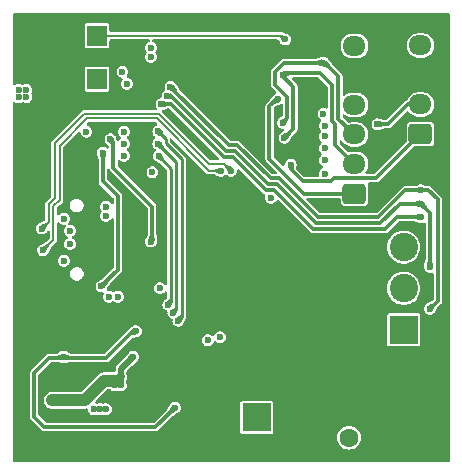
<source format=gbr>
%TF.GenerationSoftware,KiCad,Pcbnew,8.0.5*%
%TF.CreationDate,2024-09-12T14:04:27+03:00*%
%TF.ProjectId,Small_ESC,536d616c-6c5f-4455-9343-2e6b69636164,rev?*%
%TF.SameCoordinates,Original*%
%TF.FileFunction,Copper,L3,Inr*%
%TF.FilePolarity,Positive*%
%FSLAX46Y46*%
G04 Gerber Fmt 4.6, Leading zero omitted, Abs format (unit mm)*
G04 Created by KiCad (PCBNEW 8.0.5) date 2024-09-12 14:04:27*
%MOMM*%
%LPD*%
G01*
G04 APERTURE LIST*
G04 Aperture macros list*
%AMRoundRect*
0 Rectangle with rounded corners*
0 $1 Rounding radius*
0 $2 $3 $4 $5 $6 $7 $8 $9 X,Y pos of 4 corners*
0 Add a 4 corners polygon primitive as box body*
4,1,4,$2,$3,$4,$5,$6,$7,$8,$9,$2,$3,0*
0 Add four circle primitives for the rounded corners*
1,1,$1+$1,$2,$3*
1,1,$1+$1,$4,$5*
1,1,$1+$1,$6,$7*
1,1,$1+$1,$8,$9*
0 Add four rect primitives between the rounded corners*
20,1,$1+$1,$2,$3,$4,$5,0*
20,1,$1+$1,$4,$5,$6,$7,0*
20,1,$1+$1,$6,$7,$8,$9,0*
20,1,$1+$1,$8,$9,$2,$3,0*%
G04 Aperture macros list end*
%TA.AperFunction,ComponentPad*%
%ADD10O,1.800000X1.000000*%
%TD*%
%TA.AperFunction,ComponentPad*%
%ADD11O,2.100000X1.000000*%
%TD*%
%TA.AperFunction,ComponentPad*%
%ADD12RoundRect,0.250000X0.725000X-0.600000X0.725000X0.600000X-0.725000X0.600000X-0.725000X-0.600000X0*%
%TD*%
%TA.AperFunction,ComponentPad*%
%ADD13O,1.950000X1.700000*%
%TD*%
%TA.AperFunction,ComponentPad*%
%ADD14R,2.400000X2.400000*%
%TD*%
%TA.AperFunction,ComponentPad*%
%ADD15C,2.400000*%
%TD*%
%TA.AperFunction,ComponentPad*%
%ADD16R,1.700000X1.700000*%
%TD*%
%TA.AperFunction,ComponentPad*%
%ADD17O,1.700000X1.700000*%
%TD*%
%TA.AperFunction,ComponentPad*%
%ADD18C,1.600000*%
%TD*%
%TA.AperFunction,ViaPad*%
%ADD19C,0.600000*%
%TD*%
%TA.AperFunction,Conductor*%
%ADD20C,1.000000*%
%TD*%
%TA.AperFunction,Conductor*%
%ADD21C,0.500000*%
%TD*%
%TA.AperFunction,Conductor*%
%ADD22C,0.300000*%
%TD*%
%TA.AperFunction,Conductor*%
%ADD23C,0.200000*%
%TD*%
%TA.AperFunction,Conductor*%
%ADD24C,0.250000*%
%TD*%
G04 APERTURE END LIST*
D10*
%TO.N,GND*%
%TO.C,J1*%
X2735000Y15492000D03*
D11*
X6915000Y15492000D03*
D10*
X2735000Y24132000D03*
D11*
X6915000Y24132000D03*
%TD*%
D12*
%TO.N,/UART TX*%
%TO.C,J4*%
X35514000Y28762000D03*
D13*
%TO.N,/UART RX{slash}PWM_IN*%
X35514000Y31262000D03*
%TO.N,GND*%
X35514000Y33762000D03*
%TO.N,+3.3V*%
X35514000Y36262000D03*
%TD*%
D12*
%TO.N,/Hall_A{slash}SCK*%
%TO.C,J5*%
X29926000Y23722000D03*
D13*
%TO.N,/Hall_B{slash}MOSI*%
X29926000Y26222000D03*
%TO.N,/Hall_C{slash}MISO*%
X29926000Y28722000D03*
%TO.N,/CS*%
X29926000Y31222000D03*
%TO.N,GND*%
X29926000Y33722000D03*
%TO.N,+3.3V*%
X29926000Y36222000D03*
%TD*%
D14*
%TO.N,/OUT_A*%
%TO.C,J2*%
X34098000Y12192000D03*
D15*
%TO.N,/OUT_B*%
X34098000Y15692000D03*
%TO.N,/OUT_C*%
X34098000Y19192000D03*
%TD*%
D16*
%TO.N,/ESP_EN*%
%TO.C,SW2*%
X8133000Y37084000D03*
D17*
%TO.N,GND*%
X5593000Y37084000D03*
%TD*%
D16*
%TO.N,/ESP_IO0*%
%TO.C,SW1*%
X8133000Y33401000D03*
D17*
%TO.N,GND*%
X5593000Y33401000D03*
%TD*%
D18*
%TO.N,VBUS*%
%TO.C,C16*%
X29464000Y3048000D03*
%TO.N,GND*%
X29464000Y8048000D03*
%TD*%
D14*
%TO.N,VBUS*%
%TO.C,J3*%
X21646000Y4764000D03*
D15*
%TO.N,GND*%
X25146000Y4764000D03*
%TD*%
D19*
%TO.N,Net-(PS1-SW)*%
X4317791Y6223000D03*
X5842209Y6223000D03*
X9652000Y7493000D03*
X5334000Y6223000D03*
X11176000Y9906000D03*
X10160209Y7493000D03*
X9651791Y8128000D03*
X10160000Y8128000D03*
X6350000Y6223000D03*
X4826000Y6223000D03*
%TO.N,+3.3V*%
X1524000Y32512000D03*
X2159000Y31877000D03*
X12700000Y36068000D03*
X1524000Y31877000D03*
X14732000Y5588000D03*
X5334000Y9906000D03*
X2159000Y32512000D03*
X11430000Y12065000D03*
X12700000Y35306000D03*
%TO.N,GND*%
X13396144Y13018464D03*
X2896144Y37018464D03*
X28396144Y5518464D03*
X3911600Y1625600D03*
X23164800Y12192000D03*
X11684000Y20929600D03*
X18033791Y1524000D03*
X25396144Y11518464D03*
X2896144Y2518464D03*
X25396144Y19018464D03*
X20955000Y14859000D03*
X20955000Y16637000D03*
X21463000Y15748000D03*
X6350000Y1524000D03*
X10413791Y1524000D03*
X20320000Y15748000D03*
X1828800Y3962400D03*
X27381200Y22758400D03*
X20320000Y35560000D03*
X34396144Y10018464D03*
X17830800Y32308800D03*
X37396144Y26518464D03*
X20523200Y2235200D03*
X23571200Y30632400D03*
X27736800Y19608800D03*
X20320000Y34899600D03*
X29896144Y5518464D03*
X18643600Y32308800D03*
X10922000Y1524000D03*
X37396144Y37018464D03*
X18034000Y13970000D03*
X14896144Y34018464D03*
X11684000Y22352000D03*
X18542000Y1524000D03*
X29896144Y10018464D03*
X7873791Y1524000D03*
X13970000Y1524000D03*
X16916400Y32308800D03*
X5842000Y1524000D03*
X16784954Y27910154D03*
X33909000Y5842000D03*
X6858209Y1524000D03*
X17526000Y16637000D03*
X16002000Y1524000D03*
X26896144Y7018464D03*
X21463000Y13970000D03*
X31396144Y10018464D03*
X17018209Y1524000D03*
X2896144Y11518464D03*
X1676400Y6604000D03*
X35896144Y10018464D03*
X37396144Y5518464D03*
X17526000Y1524000D03*
X17526000Y14859000D03*
X11430000Y1524000D03*
X18034000Y15748000D03*
X32893000Y5842000D03*
X33401209Y5842000D03*
X5333791Y1524000D03*
X19177000Y15748000D03*
X7366000Y1524000D03*
X18643600Y30683200D03*
X37396144Y10018464D03*
X8890000Y1524000D03*
X4396144Y31018464D03*
X26924000Y10210800D03*
X24942800Y20523200D03*
X22396144Y34018464D03*
X34396144Y25018464D03*
X9906000Y1524000D03*
X16052800Y19151600D03*
X8382000Y1524000D03*
X35896144Y26518464D03*
X32715200Y1676400D03*
X31648400Y23622000D03*
X4622800Y29616400D03*
X37396144Y8518464D03*
X18542000Y7493000D03*
X2896144Y10018464D03*
X19812000Y16637000D03*
X25396144Y7018464D03*
X37396144Y7018464D03*
X34645600Y1676400D03*
X13396144Y11518464D03*
X37396144Y25018464D03*
X15493791Y1524000D03*
X28396144Y10018464D03*
X9398209Y1524000D03*
X21082000Y22098000D03*
X11938209Y1524000D03*
X35610800Y38049200D03*
X18135600Y8483600D03*
X20320000Y13970000D03*
X19507200Y29819600D03*
X12446000Y1524000D03*
X20320000Y32308800D03*
X21640800Y32562800D03*
X9525000Y12065000D03*
X19507200Y33172400D03*
X34416791Y5842000D03*
X17830800Y31496000D03*
X33731200Y29362400D03*
X32385000Y5842000D03*
X1524000Y34340800D03*
X19812000Y14859000D03*
X9525000Y12573000D03*
X16000000Y21000000D03*
X13462000Y1524000D03*
X34925000Y5842000D03*
X37396144Y11518464D03*
X16510000Y1524000D03*
X22098000Y16637000D03*
X23876000Y11430000D03*
X17830800Y33172400D03*
X19177000Y13970000D03*
X37396144Y4018464D03*
X17830800Y30683200D03*
X31876791Y5842000D03*
X20320000Y30683200D03*
X9525000Y11556791D03*
X14478209Y1524000D03*
X19507200Y31496000D03*
X26924000Y9448800D03*
X19507200Y30683200D03*
X2896144Y13018464D03*
X15646400Y37693600D03*
X37396144Y13018464D03*
X32896144Y10018464D03*
X32969200Y38303200D03*
X26896144Y5518464D03*
X30734000Y1676400D03*
X12953791Y1524000D03*
X18669000Y16637000D03*
X26896144Y4018464D03*
X22098000Y14859000D03*
X18669000Y14859000D03*
X1676400Y8432800D03*
X19507200Y32308800D03*
X14986000Y1524000D03*
%TO.N,VBUS*%
X8890209Y5461000D03*
X8382000Y5461000D03*
X7874209Y5461000D03*
%TO.N,/Vbus_ADC*%
X10287000Y34036000D03*
X8621000Y27193000D03*
X8509000Y15875000D03*
%TO.N,/ESP_EN*%
X24066500Y36766500D03*
%TO.N,/VREF*%
X13462000Y15722000D03*
%TO.N,/DRV_BUCK*%
X17526000Y11303000D03*
%TO.N,/SOA*%
X15020106Y12954000D03*
X13323831Y28979387D03*
%TO.N,/SOB*%
X14601928Y13635418D03*
X13323831Y27949780D03*
%TO.N,/SOC*%
X13347637Y26902318D03*
X14169952Y14308174D03*
%TO.N,Net-(D1-A)*%
X8890000Y22606000D03*
X9906000Y14986000D03*
X9144000Y14986000D03*
X8890000Y21844000D03*
%TO.N,/LED_DIN*%
X7239000Y28956000D03*
X12827000Y25527000D03*
%TO.N,Net-(IC1-SW_BK)*%
X18544270Y11554952D03*
%TO.N,/DRV_nFAULT*%
X22860000Y23368000D03*
%TO.N,/CS_A*%
X10414000Y28956000D03*
%TO.N,/CS_B*%
X10414000Y27940000D03*
%TO.N,/CS_C*%
X10414000Y26924000D03*
%TO.N,/TEMP_ADC*%
X9271000Y28321000D03*
X12700000Y19659600D03*
X10668000Y33020000D03*
%TO.N,/D-*%
X3556000Y18923000D03*
X18625000Y25654000D03*
X5849517Y19453017D03*
%TO.N,/D+*%
X19475000Y25654000D03*
X5842000Y20574000D03*
X3464500Y20762000D03*
%TO.N,/SENSE_A*%
X14351000Y32766000D03*
X36322000Y13970000D03*
X35560000Y24003000D03*
%TO.N,/SENSE_B*%
X35560000Y22860000D03*
X14097000Y32004000D03*
X36322000Y17526000D03*
%TO.N,/SENSE_C*%
X13589000Y31305000D03*
X35560000Y21717000D03*
%TO.N,Net-(IC2-IO35)*%
X27432000Y25400000D03*
%TO.N,Net-(IC2-IO36)*%
X27432000Y26543000D03*
%TO.N,Net-(IC2-IO37)*%
X27432000Y27559000D03*
%TO.N,Net-(IC2-IO38)*%
X27446767Y28560233D03*
%TO.N,Net-(IC2-IO39)*%
X27432000Y29464000D03*
%TO.N,Net-(J1-CC1)*%
X5334000Y21590000D03*
%TO.N,Net-(J1-CC2)*%
X5334000Y18034000D03*
%TO.N,/UART TX*%
X24533872Y26147500D03*
%TO.N,/UART RX{slash}PWM_IN*%
X31877000Y29591000D03*
%TO.N,/Hall_A{slash}SCK*%
X23495000Y31750000D03*
%TO.N,/Hall_B{slash}MOSI*%
X24003000Y28448000D03*
X23876000Y33782000D03*
%TO.N,/Hall_C{slash}MISO*%
X27305000Y34798000D03*
X23876000Y29718000D03*
%TO.N,Net-(IC2-IO40)*%
X27305000Y30480000D03*
%TD*%
D20*
%TO.N,Net-(PS1-SW)*%
X8763000Y7874000D02*
X7112000Y6223000D01*
D21*
X10160000Y8890000D02*
X10160000Y8128000D01*
D20*
X7112000Y6223000D02*
X4317791Y6223000D01*
D21*
X11176000Y9906000D02*
X10160000Y8890000D01*
D20*
X9906000Y7874000D02*
X8763000Y7874000D01*
D22*
%TO.N,+3.3V*%
X8890000Y9779000D02*
X11176000Y12065000D01*
X11176000Y12065000D02*
X11430000Y12065000D01*
X4064000Y9779000D02*
X2794000Y8509000D01*
X5334000Y9906000D02*
X5207000Y9779000D01*
X5334000Y9906000D02*
X5461000Y9779000D01*
X2794000Y4826000D02*
X3683000Y3937000D01*
X5461000Y9779000D02*
X8890000Y9779000D01*
X3683000Y3937000D02*
X13081000Y3937000D01*
X2794000Y8509000D02*
X2794000Y4826000D01*
X5207000Y9779000D02*
X4064000Y9779000D01*
X13081000Y3937000D02*
X14732000Y5588000D01*
%TO.N,/Vbus_ADC*%
X8621000Y24780000D02*
X8621000Y27193000D01*
X8509000Y15875000D02*
X9906000Y17272000D01*
X9906000Y23495000D02*
X8621000Y24780000D01*
X9906000Y17272000D02*
X9906000Y23495000D01*
D23*
%TO.N,/ESP_EN*%
X23749000Y37084000D02*
X8133000Y37084000D01*
X24066500Y36766500D02*
X23749000Y37084000D01*
D24*
%TO.N,/SOA*%
X13948831Y28354387D02*
X13323831Y28979387D01*
X15020106Y12954000D02*
X15309000Y13242894D01*
X13948831Y28011969D02*
X13948831Y28354387D01*
X15309000Y26651800D02*
X13948831Y28011969D01*
X15309000Y13242894D02*
X15309000Y26651800D01*
%TO.N,/SOB*%
X14859000Y26414611D02*
X13323831Y27949780D01*
X14859000Y13892490D02*
X14859000Y26414611D01*
X14601928Y13635418D02*
X14859000Y13892490D01*
%TO.N,/SOC*%
X14169952Y14308174D02*
X14409000Y14547222D01*
X14409000Y25840955D02*
X13347637Y26902318D01*
X14409000Y14547222D02*
X14409000Y25840955D01*
D22*
%TO.N,/TEMP_ADC*%
X12700000Y19659600D02*
X12812000Y19771600D01*
X12812000Y22621000D02*
X9525000Y25908000D01*
X9525000Y28067000D02*
X9271000Y28321000D01*
X12812000Y19771600D02*
X12812000Y22621000D01*
X9525000Y25908000D02*
X9525000Y28067000D01*
D23*
%TO.N,/D-*%
X13182600Y30099000D02*
X17627600Y25654000D01*
X7303200Y30099000D02*
X13182600Y30099000D01*
X3556000Y18923000D02*
X4445000Y19812000D01*
X4445000Y22668800D02*
X4972000Y23195800D01*
X4972000Y23195800D02*
X4972000Y27767800D01*
X4445000Y19812000D02*
X4445000Y22668800D01*
X4972000Y27767800D02*
X7303200Y30099000D01*
X17627600Y25654000D02*
X18625000Y25654000D01*
%TO.N,/D+*%
X18875000Y26254000D02*
X19475000Y25654000D01*
X4045000Y22834486D02*
X4572000Y23361486D01*
X4572000Y28004200D02*
X7066800Y30499000D01*
X17593286Y26254000D02*
X18875000Y26254000D01*
X4572000Y23361486D02*
X4572000Y28004200D01*
X7066800Y30499000D02*
X13348286Y30499000D01*
X13348286Y30499000D02*
X17593286Y26254000D01*
X4045000Y21342500D02*
X4045000Y22834486D01*
X3464500Y20762000D02*
X4045000Y21342500D01*
D22*
%TO.N,/SENSE_A*%
X23543451Y25018000D02*
X22827412Y25018000D01*
X34217894Y24003000D02*
X31931894Y21717000D01*
X36322000Y13970000D02*
X36972000Y14620000D01*
X26844451Y21717000D02*
X23543451Y25018000D01*
X31931894Y21717000D02*
X26844451Y21717000D01*
X20015012Y27830400D02*
X19286600Y27830400D01*
X36195000Y24003000D02*
X34217894Y24003000D01*
X36972000Y23226000D02*
X36195000Y24003000D01*
X36972000Y14620000D02*
X36972000Y23226000D01*
X19286600Y27830400D02*
X14351000Y32766000D01*
X22827412Y25018000D02*
X20015012Y27830400D01*
%TO.N,/SENSE_B*%
X19807906Y27330400D02*
X19079494Y27330400D01*
X14405894Y32004000D02*
X14097000Y32004000D01*
X36322000Y22098000D02*
X35560000Y22860000D01*
X22620306Y24518000D02*
X19807906Y27330400D01*
X32131000Y21209000D02*
X26645345Y21209000D01*
X36322000Y17526000D02*
X36322000Y22098000D01*
X19079494Y27330400D02*
X14405894Y32004000D01*
X35560000Y22860000D02*
X33782000Y22860000D01*
X33782000Y22860000D02*
X32131000Y21209000D01*
X23336345Y24518000D02*
X22620306Y24518000D01*
X26645345Y21209000D02*
X23336345Y24518000D01*
%TO.N,/SENSE_C*%
X32520000Y20709000D02*
X33528000Y21717000D01*
X19608800Y26822400D02*
X22413200Y24018000D01*
X33528000Y21717000D02*
X35560000Y21717000D01*
X22413200Y24018000D02*
X23129239Y24018000D01*
X26438239Y20709000D02*
X32520000Y20709000D01*
X23129239Y24018000D02*
X26438239Y20709000D01*
X13589000Y31305000D02*
X14397788Y31305000D01*
X14397788Y31305000D02*
X18880388Y26822400D01*
X18880388Y26822400D02*
X19608800Y26822400D01*
%TO.N,/UART TX*%
X31774000Y25022000D02*
X35514000Y28762000D01*
X24533872Y25758128D02*
X25542000Y24750000D01*
X27919000Y24750000D02*
X28191000Y25022000D01*
X28191000Y25022000D02*
X31774000Y25022000D01*
X25542000Y24750000D02*
X27919000Y24750000D01*
X24533872Y26147500D02*
X24533872Y25758128D01*
%TO.N,/UART RX{slash}PWM_IN*%
X35514000Y31262000D02*
X34437000Y31262000D01*
X34437000Y31262000D02*
X32766000Y29591000D01*
X32766000Y29591000D02*
X31877000Y29591000D01*
%TO.N,/Hall_A{slash}SCK*%
X25698212Y23722000D02*
X29926000Y23722000D01*
X22733000Y31115000D02*
X22733000Y26687212D01*
X22733000Y26687212D02*
X25698212Y23722000D01*
X23495000Y31750000D02*
X23368000Y31750000D01*
X23368000Y31750000D02*
X22733000Y31115000D01*
%TO.N,/Hall_B{slash}MOSI*%
X28321000Y29619894D02*
X28321000Y27827000D01*
X23876000Y33655000D02*
X24765000Y32766000D01*
X24765000Y29210000D02*
X24003000Y28448000D01*
X28067000Y32893000D02*
X28067000Y29873894D01*
X28067000Y29873894D02*
X28321000Y29619894D01*
X27051000Y33909000D02*
X28067000Y32893000D01*
X24765000Y32766000D02*
X24765000Y29210000D01*
X23876000Y33782000D02*
X23876000Y33655000D01*
X24003000Y33909000D02*
X27051000Y33909000D01*
X28321000Y27827000D02*
X29926000Y26222000D01*
X23876000Y33782000D02*
X24003000Y33909000D01*
%TO.N,/Hall_C{slash}MISO*%
X28575000Y33655000D02*
X27432000Y34798000D01*
X24257000Y31907239D02*
X24257000Y30099000D01*
X27305000Y34798000D02*
X23972761Y34798000D01*
X23226000Y34051239D02*
X23226000Y32938239D01*
X24257000Y30099000D02*
X23876000Y29718000D01*
X28575000Y30073000D02*
X28575000Y33655000D01*
X23972761Y34798000D02*
X23226000Y34051239D01*
X27432000Y34798000D02*
X27305000Y34798000D01*
X29926000Y28722000D02*
X28575000Y30073000D01*
X23226000Y32938239D02*
X24257000Y31907239D01*
%TD*%
%TA.AperFunction,Conductor*%
%TO.N,GND*%
G36*
X26921495Y33538815D02*
G01*
X26942137Y33522181D01*
X27680181Y32784137D01*
X27713666Y32722814D01*
X27716500Y32696456D01*
X27716500Y31037580D01*
X27696815Y30970541D01*
X27644011Y30924786D01*
X27574853Y30914842D01*
X27525461Y30933264D01*
X27515053Y30939953D01*
X27515051Y30939954D01*
X27515049Y30939955D01*
X27515050Y30939955D01*
X27376963Y30980500D01*
X27376961Y30980500D01*
X27233039Y30980500D01*
X27233036Y30980500D01*
X27094949Y30939955D01*
X26973873Y30862144D01*
X26879623Y30753374D01*
X26879622Y30753372D01*
X26819834Y30622457D01*
X26799353Y30480000D01*
X26819834Y30337544D01*
X26879622Y30206629D01*
X26879623Y30206627D01*
X26973872Y30097857D01*
X27075155Y30032766D01*
X27120910Y29979963D01*
X27130854Y29910804D01*
X27101830Y29847249D01*
X27006623Y29737373D01*
X27006622Y29737372D01*
X26946834Y29606457D01*
X26926353Y29464000D01*
X26946834Y29321544D01*
X27006622Y29190629D01*
X27006625Y29190623D01*
X27098323Y29084798D01*
X27127348Y29021243D01*
X27117404Y28952084D01*
X27098324Y28922394D01*
X27021390Y28833606D01*
X27021389Y28833605D01*
X26961601Y28702690D01*
X26941120Y28560233D01*
X26961601Y28417777D01*
X27021168Y28287347D01*
X27021390Y28286860D01*
X27115639Y28178090D01*
X27115641Y28178089D01*
X27115641Y28178088D01*
X27130284Y28168678D01*
X27176040Y28115875D01*
X27185984Y28046716D01*
X27156960Y27983160D01*
X27130287Y27960047D01*
X27100873Y27941144D01*
X27100872Y27941144D01*
X27100872Y27941143D01*
X27099882Y27940000D01*
X27006623Y27832374D01*
X27006622Y27832372D01*
X26946834Y27701457D01*
X26926353Y27559000D01*
X26946834Y27416544D01*
X27006622Y27285629D01*
X27006623Y27285627D01*
X27100872Y27176857D01*
X27102688Y27175690D01*
X27134391Y27155315D01*
X27180146Y27102511D01*
X27190089Y27033352D01*
X27161063Y26969797D01*
X27134391Y26946685D01*
X27100874Y26925145D01*
X27006623Y26816374D01*
X27006622Y26816372D01*
X26946834Y26685457D01*
X26926353Y26543000D01*
X26946834Y26400544D01*
X26980817Y26326133D01*
X27006623Y26269627D01*
X27100872Y26160857D01*
X27192496Y26101974D01*
X27229407Y26078253D01*
X27228255Y26076462D01*
X27272021Y26038537D01*
X27291704Y25971497D01*
X27272018Y25904458D01*
X27228255Y25866539D01*
X27229407Y25864747D01*
X27100873Y25782144D01*
X27006623Y25673374D01*
X27006622Y25673372D01*
X26946834Y25542457D01*
X26926353Y25400000D01*
X26948097Y25248765D01*
X26946279Y25248504D01*
X26946278Y25189562D01*
X26908502Y25130785D01*
X26844945Y25101762D01*
X26827302Y25100500D01*
X25738543Y25100500D01*
X25671504Y25120185D01*
X25650862Y25136819D01*
X25044506Y25743176D01*
X25011021Y25804499D01*
X25008854Y25843694D01*
X25036926Y26113341D01*
X25037740Y26123692D01*
X25037803Y26124875D01*
X25038170Y26131758D01*
X25038582Y26131737D01*
X25039140Y26144867D01*
X25039519Y26147500D01*
X25019037Y26289957D01*
X24959249Y26420873D01*
X24865000Y26529643D01*
X24743925Y26607453D01*
X24743923Y26607454D01*
X24743921Y26607455D01*
X24743922Y26607455D01*
X24605835Y26648000D01*
X24605833Y26648000D01*
X24461911Y26648000D01*
X24461908Y26648000D01*
X24323821Y26607455D01*
X24202745Y26529644D01*
X24108495Y26420874D01*
X24108494Y26420872D01*
X24048706Y26289957D01*
X24030817Y26165530D01*
X24001792Y26101974D01*
X23943014Y26064200D01*
X23873144Y26064200D01*
X23820398Y26095496D01*
X23119819Y26796075D01*
X23086334Y26857398D01*
X23083500Y26883756D01*
X23083500Y30918456D01*
X23103185Y30985495D01*
X23119814Y31006134D01*
X23208647Y31094967D01*
X23253716Y31123732D01*
X23668990Y31275668D01*
X23672907Y31277147D01*
X23673331Y31277312D01*
X23673338Y31277318D01*
X23678506Y31279967D01*
X23700169Y31288613D01*
X23700340Y31288664D01*
X23705053Y31290047D01*
X23715460Y31296736D01*
X23782499Y31316420D01*
X23849538Y31296736D01*
X23895294Y31243933D01*
X23906500Y31192420D01*
X23906500Y30370429D01*
X23886815Y30303390D01*
X23835905Y30258519D01*
X23677843Y30183090D01*
X23673851Y30181563D01*
X23665945Y30177952D01*
X23544873Y30100144D01*
X23450623Y29991374D01*
X23450622Y29991372D01*
X23390834Y29860457D01*
X23370353Y29718000D01*
X23390834Y29575544D01*
X23445201Y29456500D01*
X23450623Y29444627D01*
X23544872Y29335857D01*
X23665947Y29258047D01*
X23665950Y29258046D01*
X23665949Y29258046D01*
X23763599Y29229374D01*
X23796897Y29219597D01*
X23804036Y29217501D01*
X23804038Y29217500D01*
X23865358Y29217500D01*
X23932397Y29197815D01*
X23978152Y29145011D01*
X23988096Y29075853D01*
X23959071Y29012297D01*
X23927944Y28986453D01*
X23801687Y28912635D01*
X23794110Y28908702D01*
X23671874Y28830145D01*
X23671872Y28830144D01*
X23671872Y28830143D01*
X23667819Y28825465D01*
X23577623Y28721374D01*
X23577622Y28721372D01*
X23517834Y28590457D01*
X23497353Y28448000D01*
X23517834Y28305544D01*
X23574758Y28180900D01*
X23577623Y28174627D01*
X23671872Y28065857D01*
X23792947Y27988047D01*
X23792950Y27988046D01*
X23792949Y27988046D01*
X23931036Y27947501D01*
X23931038Y27947500D01*
X23931039Y27947500D01*
X24074962Y27947500D01*
X24074962Y27947501D01*
X24213053Y27988047D01*
X24334128Y28065857D01*
X24428377Y28174627D01*
X24429958Y28178089D01*
X24444134Y28209130D01*
X24459639Y28232954D01*
X24459128Y28233325D01*
X24462701Y28238254D01*
X24488402Y28282212D01*
X24699259Y28642853D01*
X24718614Y28667934D01*
X25045470Y28994788D01*
X25091614Y29074712D01*
X25099647Y29104691D01*
X25103090Y29117538D01*
X25106709Y29131047D01*
X25115500Y29163856D01*
X25115500Y32812144D01*
X25091614Y32901288D01*
X25087475Y32908457D01*
X25087475Y32908458D01*
X25045474Y32981206D01*
X25045468Y32981214D01*
X24679863Y33346819D01*
X24646378Y33408142D01*
X24651362Y33477834D01*
X24693234Y33533767D01*
X24758698Y33558184D01*
X24767544Y33558500D01*
X26854456Y33558500D01*
X26921495Y33538815D01*
G37*
%TD.AperFunction*%
%TA.AperFunction,Conductor*%
G36*
X14249882Y30938168D02*
G01*
X14299161Y30907945D01*
X18440925Y26766181D01*
X18474410Y26704858D01*
X18469426Y26635166D01*
X18427554Y26579233D01*
X18362090Y26554816D01*
X18353244Y26554500D01*
X17769119Y26554500D01*
X17702080Y26574185D01*
X17681438Y26590819D01*
X13659389Y30612868D01*
X13625904Y30674191D01*
X13630888Y30743883D01*
X13672760Y30799816D01*
X13712130Y30819525D01*
X13736697Y30826739D01*
X13764206Y30831538D01*
X13765744Y30831630D01*
X14180046Y30940213D01*
X14249882Y30938168D01*
G37*
%TD.AperFunction*%
%TA.AperFunction,Conductor*%
G36*
X37942539Y38979815D02*
G01*
X37988294Y38927011D01*
X37999500Y38875500D01*
X37999500Y1124500D01*
X37979815Y1057461D01*
X37927011Y1011706D01*
X37875500Y1000500D01*
X1124500Y1000500D01*
X1057461Y1020185D01*
X1011706Y1072989D01*
X1000500Y1124500D01*
X1000500Y3048000D01*
X28458659Y3048000D01*
X28477975Y2851871D01*
X28535188Y2663267D01*
X28628086Y2489468D01*
X28628090Y2489461D01*
X28753116Y2337117D01*
X28905460Y2212091D01*
X28905467Y2212087D01*
X29079266Y2119189D01*
X29079269Y2119189D01*
X29079273Y2119186D01*
X29267868Y2061976D01*
X29464000Y2042659D01*
X29660132Y2061976D01*
X29848727Y2119186D01*
X30022538Y2212090D01*
X30174883Y2337117D01*
X30299910Y2489462D01*
X30392814Y2663273D01*
X30450024Y2851868D01*
X30469341Y3048000D01*
X30450024Y3244132D01*
X30392814Y3432727D01*
X30392811Y3432731D01*
X30392811Y3432734D01*
X30299913Y3606533D01*
X30299909Y3606540D01*
X30174883Y3758884D01*
X30022539Y3883910D01*
X30022532Y3883914D01*
X29848733Y3976812D01*
X29848727Y3976814D01*
X29660132Y4034024D01*
X29660129Y4034025D01*
X29464000Y4053341D01*
X29267870Y4034025D01*
X29079266Y3976812D01*
X28905467Y3883914D01*
X28905460Y3883910D01*
X28753116Y3758884D01*
X28628090Y3606540D01*
X28628086Y3606533D01*
X28535188Y3432734D01*
X28477975Y3244130D01*
X28458659Y3048000D01*
X1000500Y3048000D01*
X1000500Y8555144D01*
X2443500Y8555144D01*
X2443500Y4779857D01*
X2467386Y4690713D01*
X2467387Y4690710D01*
X2513527Y4610792D01*
X2513529Y4610789D01*
X2513530Y4610788D01*
X3467788Y3656530D01*
X3547712Y3610386D01*
X3636856Y3586500D01*
X3636858Y3586500D01*
X13127142Y3586500D01*
X13127144Y3586500D01*
X13216288Y3610386D01*
X13296212Y3656530D01*
X14512062Y4872382D01*
X14537149Y4891741D01*
X14933291Y5123357D01*
X14940882Y5127296D01*
X14942048Y5128046D01*
X14942053Y5128047D01*
X15063128Y5205857D01*
X15157377Y5314627D01*
X15217165Y5445543D01*
X15237647Y5588000D01*
X15217165Y5730457D01*
X15157377Y5861373D01*
X15063128Y5970143D01*
X15041950Y5983753D01*
X20245500Y5983753D01*
X20245500Y3544248D01*
X20257131Y3485771D01*
X20257132Y3485770D01*
X20301447Y3419448D01*
X20367769Y3375133D01*
X20367770Y3375132D01*
X20426247Y3363501D01*
X20426250Y3363500D01*
X20426252Y3363500D01*
X22865750Y3363500D01*
X22865751Y3363501D01*
X22880568Y3366448D01*
X22924229Y3375132D01*
X22924229Y3375133D01*
X22924231Y3375133D01*
X22990552Y3419448D01*
X23034867Y3485769D01*
X23034867Y3485771D01*
X23034868Y3485771D01*
X23046499Y3544248D01*
X23046500Y3544250D01*
X23046500Y5983751D01*
X23046499Y5983753D01*
X23034868Y6042230D01*
X23034867Y6042231D01*
X22990552Y6108553D01*
X22924230Y6152868D01*
X22924229Y6152869D01*
X22865752Y6164500D01*
X22865748Y6164500D01*
X20426252Y6164500D01*
X20426247Y6164500D01*
X20367770Y6152869D01*
X20367769Y6152868D01*
X20301447Y6108553D01*
X20257132Y6042231D01*
X20257131Y6042230D01*
X20245500Y5983753D01*
X15041950Y5983753D01*
X14942053Y6047953D01*
X14942051Y6047954D01*
X14942049Y6047955D01*
X14942050Y6047955D01*
X14803963Y6088500D01*
X14803961Y6088500D01*
X14660039Y6088500D01*
X14660036Y6088500D01*
X14521949Y6047955D01*
X14400873Y5970144D01*
X14306621Y5861372D01*
X14306620Y5861370D01*
X14290864Y5826869D01*
X14275359Y5803041D01*
X14275868Y5802672D01*
X14272296Y5797746D01*
X14035742Y5393155D01*
X14016377Y5368061D01*
X12972137Y4323819D01*
X12910814Y4290334D01*
X12884456Y4287500D01*
X3879544Y4287500D01*
X3812505Y4307185D01*
X3791863Y4323819D01*
X3180819Y4934863D01*
X3147334Y4996186D01*
X3144500Y5022544D01*
X3144500Y6154005D01*
X3617290Y6154005D01*
X3644209Y6018678D01*
X3644212Y6018668D01*
X3697012Y5891196D01*
X3697019Y5891183D01*
X3773676Y5776459D01*
X3773679Y5776455D01*
X3871245Y5678889D01*
X3871249Y5678886D01*
X3985973Y5602229D01*
X3985986Y5602222D01*
X4113458Y5549422D01*
X4113463Y5549420D01*
X4113467Y5549420D01*
X4113468Y5549419D01*
X4248795Y5522500D01*
X4248798Y5522500D01*
X7180994Y5522500D01*
X7226439Y5531540D01*
X7296028Y5525314D01*
X7351206Y5482452D01*
X7373368Y5427570D01*
X7389043Y5318544D01*
X7448831Y5187629D01*
X7448832Y5187627D01*
X7543081Y5078857D01*
X7664156Y5001047D01*
X7664159Y5001046D01*
X7664158Y5001046D01*
X7802245Y4960501D01*
X7802247Y4960500D01*
X7802248Y4960500D01*
X7946171Y4960500D01*
X7946171Y4960501D01*
X7999006Y4976015D01*
X8092772Y5003545D01*
X8093819Y4999977D01*
X8145435Y5007534D01*
X8163088Y5002360D01*
X8163437Y5003545D01*
X8310036Y4960501D01*
X8310038Y4960500D01*
X8310039Y4960500D01*
X8453961Y4960500D01*
X8592053Y5001047D01*
X8592053Y5001048D01*
X8600563Y5003546D01*
X8601584Y5000067D01*
X8653632Y5007601D01*
X8671315Y5002420D01*
X8671646Y5003545D01*
X8818245Y4960501D01*
X8818247Y4960500D01*
X8818248Y4960500D01*
X8962171Y4960500D01*
X8962171Y4960501D01*
X9096618Y4999977D01*
X9100259Y5001046D01*
X9100259Y5001047D01*
X9100262Y5001047D01*
X9221337Y5078857D01*
X9315586Y5187627D01*
X9375374Y5318543D01*
X9395856Y5461000D01*
X9375374Y5603457D01*
X9315586Y5734373D01*
X9221337Y5843143D01*
X9100262Y5920953D01*
X9100260Y5920954D01*
X9100258Y5920955D01*
X9100259Y5920955D01*
X8962172Y5961500D01*
X8962170Y5961500D01*
X8818248Y5961500D01*
X8818245Y5961500D01*
X8671646Y5918455D01*
X8670633Y5921903D01*
X8618346Y5914433D01*
X8600888Y5919565D01*
X8600563Y5918455D01*
X8453963Y5961500D01*
X8453961Y5961500D01*
X8310039Y5961500D01*
X8310038Y5961500D01*
X8163439Y5918455D01*
X8162406Y5921973D01*
X8110403Y5914520D01*
X8093103Y5919600D01*
X8092768Y5918456D01*
X8065515Y5926459D01*
X8006738Y5964235D01*
X7977715Y6027791D01*
X7987660Y6096949D01*
X8012769Y6133113D01*
X9016838Y7137181D01*
X9078161Y7170666D01*
X9104519Y7173500D01*
X9209963Y7173500D01*
X9277002Y7153815D01*
X9303673Y7130705D01*
X9320872Y7110857D01*
X9441947Y7033047D01*
X9441950Y7033046D01*
X9441949Y7033046D01*
X9580036Y6992501D01*
X9580038Y6992500D01*
X9580039Y6992500D01*
X9723961Y6992500D01*
X9862053Y7033047D01*
X9862053Y7033048D01*
X9870563Y7035546D01*
X9871584Y7032067D01*
X9923632Y7039601D01*
X9941315Y7034420D01*
X9941646Y7035545D01*
X10088245Y6992501D01*
X10088247Y6992500D01*
X10088248Y6992500D01*
X10232171Y6992500D01*
X10232171Y6992501D01*
X10339330Y7023965D01*
X10370259Y7033046D01*
X10370259Y7033047D01*
X10370262Y7033047D01*
X10491337Y7110857D01*
X10585586Y7219627D01*
X10645374Y7350543D01*
X10665856Y7493000D01*
X10645374Y7635457D01*
X10611437Y7709768D01*
X10601493Y7778927D01*
X10602609Y7785452D01*
X10606500Y7805007D01*
X10606500Y7873906D01*
X10617706Y7925418D01*
X10645165Y7985544D01*
X10665647Y8128000D01*
X10664908Y8133135D01*
X10663660Y8152663D01*
X10663735Y8157685D01*
X10663737Y8157696D01*
X10622440Y8653255D01*
X10636489Y8721694D01*
X10658328Y8751227D01*
X11040702Y9133601D01*
X11064493Y9151521D01*
X11064455Y9151576D01*
X11065793Y9152500D01*
X11068305Y9154392D01*
X11069472Y9155038D01*
X11493524Y9513852D01*
X11506587Y9523510D01*
X11507128Y9523857D01*
X11507130Y9523860D01*
X11507134Y9523862D01*
X11507485Y9524167D01*
X11516570Y9533511D01*
X11517336Y9534215D01*
X11517358Y9534233D01*
X11518046Y9534864D01*
X11520324Y9538109D01*
X11528086Y9548045D01*
X11541374Y9563381D01*
X11601377Y9632627D01*
X11661165Y9763543D01*
X11681647Y9906000D01*
X11661165Y10048457D01*
X11601377Y10179373D01*
X11507128Y10288143D01*
X11386053Y10365953D01*
X11386051Y10365954D01*
X11386049Y10365955D01*
X11386050Y10365955D01*
X11247963Y10406500D01*
X11247961Y10406500D01*
X11104039Y10406500D01*
X11104036Y10406500D01*
X10965949Y10365955D01*
X10844870Y10288142D01*
X10823681Y10263689D01*
X10807184Y10247869D01*
X10798811Y10241207D01*
X10425035Y9799471D01*
X10425030Y9799463D01*
X10422953Y9795891D01*
X10403442Y9770547D01*
X9799513Y9166617D01*
X9799509Y9166611D01*
X9740201Y9063888D01*
X9740200Y9063883D01*
X9709500Y8949309D01*
X9709500Y8769844D01*
X9705351Y8740340D01*
X9705414Y8740328D01*
X9705137Y8738822D01*
X9704691Y8735644D01*
X9704315Y8734334D01*
X9703546Y8730139D01*
X9672095Y8667748D01*
X9611906Y8632266D01*
X9581579Y8628500D01*
X9579827Y8628500D01*
X9441740Y8587955D01*
X9436817Y8585706D01*
X9385305Y8574500D01*
X8694004Y8574500D01*
X8558677Y8547582D01*
X8558667Y8547579D01*
X8431192Y8494778D01*
X8316454Y8418113D01*
X8316453Y8418112D01*
X6858162Y6959819D01*
X6796839Y6926334D01*
X6770481Y6923500D01*
X4248796Y6923500D01*
X4113468Y6896582D01*
X4113458Y6896579D01*
X3985986Y6843779D01*
X3985973Y6843772D01*
X3871249Y6767115D01*
X3871245Y6767112D01*
X3773679Y6669546D01*
X3773676Y6669542D01*
X3697019Y6554818D01*
X3697012Y6554805D01*
X3644212Y6427333D01*
X3644209Y6427323D01*
X3617291Y6291996D01*
X3617291Y6291993D01*
X3617291Y6154007D01*
X3617291Y6154005D01*
X3617290Y6154005D01*
X3144500Y6154005D01*
X3144500Y8312456D01*
X3164185Y8379495D01*
X3180819Y8400137D01*
X4172863Y9392181D01*
X4234186Y9425666D01*
X4260544Y9428500D01*
X4731258Y9428500D01*
X4760337Y9425042D01*
X4762425Y9424539D01*
X4767911Y9423215D01*
X5313567Y9401159D01*
X5317133Y9401046D01*
X5317326Y9401042D01*
X5317558Y9401036D01*
X5317560Y9401037D01*
X5317567Y9401036D01*
X5317573Y9401038D01*
X5323946Y9401548D01*
X5324029Y9400505D01*
X5348313Y9400837D01*
X5348352Y9401510D01*
X5354427Y9401159D01*
X5354430Y9401160D01*
X5354432Y9401159D01*
X5900089Y9423215D01*
X5902098Y9423679D01*
X5909257Y9425329D01*
X5937120Y9428500D01*
X8936142Y9428500D01*
X8936144Y9428500D01*
X9025288Y9452386D01*
X9031899Y9456203D01*
X9105212Y9498530D01*
X10909680Y11303000D01*
X17020353Y11303000D01*
X17040834Y11160544D01*
X17089285Y11054453D01*
X17100623Y11029627D01*
X17194872Y10920857D01*
X17315947Y10843047D01*
X17315950Y10843046D01*
X17315949Y10843046D01*
X17423107Y10811583D01*
X17451883Y10803133D01*
X17454036Y10802501D01*
X17454038Y10802500D01*
X17454039Y10802500D01*
X17597962Y10802500D01*
X17597962Y10802501D01*
X17736053Y10843047D01*
X17857128Y10920857D01*
X17951377Y11029627D01*
X18004392Y11145713D01*
X18050144Y11198513D01*
X18117184Y11218198D01*
X18184223Y11198514D01*
X18210897Y11175400D01*
X18213142Y11172809D01*
X18334217Y11094999D01*
X18334220Y11094998D01*
X18334219Y11094998D01*
X18472306Y11054453D01*
X18472308Y11054452D01*
X18472309Y11054452D01*
X18616232Y11054452D01*
X18616232Y11054453D01*
X18754323Y11094999D01*
X18875398Y11172809D01*
X18969647Y11281579D01*
X19029435Y11412495D01*
X19049917Y11554952D01*
X19029435Y11697409D01*
X18969647Y11828325D01*
X18875398Y11937095D01*
X18754323Y12014905D01*
X18754321Y12014906D01*
X18754319Y12014907D01*
X18754320Y12014907D01*
X18616233Y12055452D01*
X18616231Y12055452D01*
X18472309Y12055452D01*
X18472306Y12055452D01*
X18334219Y12014907D01*
X18213143Y11937096D01*
X18118893Y11828326D01*
X18118892Y11828324D01*
X18065879Y11712243D01*
X18020124Y11659439D01*
X17953084Y11639755D01*
X17886045Y11659440D01*
X17859370Y11682555D01*
X17859108Y11682857D01*
X17857128Y11685143D01*
X17857127Y11685144D01*
X17810502Y11715108D01*
X17736053Y11762953D01*
X17736051Y11762954D01*
X17736049Y11762955D01*
X17736050Y11762955D01*
X17597963Y11803500D01*
X17597961Y11803500D01*
X17454039Y11803500D01*
X17454036Y11803500D01*
X17315949Y11762955D01*
X17194873Y11685144D01*
X17100623Y11576374D01*
X17100622Y11576372D01*
X17040834Y11445457D01*
X17020353Y11303000D01*
X10909680Y11303000D01*
X11090861Y11484181D01*
X11152182Y11517664D01*
X11161086Y11519263D01*
X11448853Y11560116D01*
X11448854Y11560117D01*
X11448858Y11560117D01*
X11453713Y11561209D01*
X11453924Y11560269D01*
X11481787Y11564500D01*
X11501962Y11564500D01*
X11501962Y11564501D01*
X11640053Y11605047D01*
X11761128Y11682857D01*
X11855377Y11791627D01*
X11915165Y11922543D01*
X11935647Y12065000D01*
X11915165Y12207457D01*
X11855377Y12338373D01*
X11761128Y12447143D01*
X11640053Y12524953D01*
X11640051Y12524954D01*
X11640049Y12524955D01*
X11640050Y12524955D01*
X11501963Y12565500D01*
X11501961Y12565500D01*
X11358039Y12565500D01*
X11358036Y12565500D01*
X11219949Y12524955D01*
X11219948Y12524955D01*
X11098870Y12447142D01*
X11098869Y12447141D01*
X11096171Y12444027D01*
X11075710Y12425182D01*
X11072604Y12422909D01*
X11041612Y12395174D01*
X11020924Y12380191D01*
X10960791Y12345472D01*
X10960789Y12345471D01*
X10747880Y12132563D01*
X10742893Y12127846D01*
X10691631Y12081969D01*
X10687185Y12077874D01*
X10686777Y12077487D01*
X10686771Y12077481D01*
X10679951Y12067562D01*
X10665460Y12050144D01*
X8781137Y10165819D01*
X8719814Y10132334D01*
X8693456Y10129500D01*
X5997875Y10129500D01*
X5937324Y10145289D01*
X5725733Y10263689D01*
X5560603Y10356091D01*
X5559090Y10356882D01*
X5559060Y10356898D01*
X5549470Y10362472D01*
X5544053Y10365953D01*
X5544050Y10365955D01*
X5405963Y10406500D01*
X5405961Y10406500D01*
X5262039Y10406500D01*
X5262038Y10406500D01*
X5123947Y10365954D01*
X5123941Y10365951D01*
X5119472Y10363079D01*
X5112544Y10359354D01*
X5112707Y10359064D01*
X4730678Y10145290D01*
X4670126Y10129500D01*
X4017856Y10129500D01*
X3928712Y10105614D01*
X3928709Y10105613D01*
X3848791Y10059473D01*
X3848786Y10059469D01*
X2513531Y8724214D01*
X2513527Y8724209D01*
X2467387Y8644291D01*
X2467386Y8644288D01*
X2443500Y8555144D01*
X1000500Y8555144D01*
X1000500Y15875000D01*
X8003353Y15875000D01*
X8023834Y15732544D01*
X8083622Y15601629D01*
X8083623Y15601627D01*
X8177872Y15492857D01*
X8298947Y15415047D01*
X8298950Y15415046D01*
X8298949Y15415046D01*
X8437036Y15374501D01*
X8437038Y15374500D01*
X8578252Y15374500D01*
X8645291Y15354815D01*
X8691046Y15302011D01*
X8700990Y15232853D01*
X8691046Y15198988D01*
X8658834Y15128457D01*
X8638353Y14986000D01*
X8658834Y14843544D01*
X8701780Y14749507D01*
X8718623Y14712627D01*
X8812872Y14603857D01*
X8933947Y14526047D01*
X8933950Y14526046D01*
X8933949Y14526046D01*
X9072036Y14485501D01*
X9072038Y14485500D01*
X9072039Y14485500D01*
X9215962Y14485500D01*
X9215962Y14485501D01*
X9354053Y14526047D01*
X9457960Y14592825D01*
X9525000Y14612509D01*
X9592039Y14592824D01*
X9592040Y14592824D01*
X9695947Y14526047D01*
X9695948Y14526047D01*
X9695949Y14526046D01*
X9834036Y14485501D01*
X9834038Y14485500D01*
X9834039Y14485500D01*
X9977962Y14485500D01*
X9977962Y14485501D01*
X10116053Y14526047D01*
X10237128Y14603857D01*
X10331377Y14712627D01*
X10391165Y14843543D01*
X10411647Y14986000D01*
X10391165Y15128457D01*
X10331377Y15259373D01*
X10237128Y15368143D01*
X10116053Y15445953D01*
X10116051Y15445954D01*
X10116049Y15445955D01*
X10116050Y15445955D01*
X9977963Y15486500D01*
X9977961Y15486500D01*
X9834039Y15486500D01*
X9834036Y15486500D01*
X9695949Y15445955D01*
X9592039Y15379176D01*
X9524999Y15359492D01*
X9457961Y15379176D01*
X9354050Y15445955D01*
X9215963Y15486500D01*
X9215961Y15486500D01*
X9080327Y15486500D01*
X9013288Y15506185D01*
X8967533Y15558989D01*
X8957589Y15628147D01*
X8973281Y15673087D01*
X9085170Y15864457D01*
X9205261Y16069855D01*
X9224618Y16094939D01*
X10186469Y17056788D01*
X10232614Y17136712D01*
X10243007Y17175500D01*
X10256500Y17225856D01*
X10256500Y23541144D01*
X10232614Y23630288D01*
X10221426Y23649666D01*
X10186473Y23710206D01*
X10186470Y23710209D01*
X10186469Y23710212D01*
X10121212Y23775469D01*
X9007819Y24888863D01*
X8974334Y24950186D01*
X8971500Y24976544D01*
X8971500Y25702916D01*
X8991185Y25769955D01*
X9043989Y25815710D01*
X9113147Y25825654D01*
X9176703Y25796629D01*
X9202887Y25764915D01*
X9244525Y25692795D01*
X9244531Y25692787D01*
X12425181Y22512137D01*
X12458666Y22450814D01*
X12461500Y22424456D01*
X12461500Y20327090D01*
X12447666Y20270173D01*
X12432016Y20239882D01*
X12246080Y19879992D01*
X12242365Y19872424D01*
X12242352Y19872399D01*
X12242347Y19872386D01*
X12241971Y19871579D01*
X12241970Y19871575D01*
X12240395Y19864516D01*
X12232167Y19840013D01*
X12214836Y19802061D01*
X12214834Y19802057D01*
X12194353Y19659600D01*
X12214834Y19517144D01*
X12257688Y19423309D01*
X12274623Y19386227D01*
X12368872Y19277457D01*
X12489947Y19199647D01*
X12489950Y19199646D01*
X12489949Y19199646D01*
X12628036Y19159101D01*
X12628038Y19159100D01*
X12628039Y19159100D01*
X12771962Y19159100D01*
X12771962Y19159101D01*
X12884033Y19192007D01*
X12910050Y19199646D01*
X12910050Y19199647D01*
X12910053Y19199647D01*
X13031128Y19277457D01*
X13125377Y19386227D01*
X13185165Y19517143D01*
X13205647Y19659600D01*
X13205362Y19661577D01*
X13204166Y19683268D01*
X13204239Y19685511D01*
X13204239Y19685515D01*
X13167776Y20239878D01*
X13166220Y20246082D01*
X13162500Y20276230D01*
X13162500Y22667142D01*
X13162500Y22667144D01*
X13138614Y22756288D01*
X13127081Y22776264D01*
X13092470Y22836212D01*
X10401682Y25527000D01*
X12321353Y25527000D01*
X12341834Y25384544D01*
X12393298Y25271856D01*
X12401623Y25253627D01*
X12495872Y25144857D01*
X12616947Y25067047D01*
X12616950Y25067046D01*
X12616949Y25067046D01*
X12755036Y25026501D01*
X12755038Y25026500D01*
X12755039Y25026500D01*
X12898962Y25026500D01*
X12898962Y25026501D01*
X13037053Y25067047D01*
X13158128Y25144857D01*
X13252377Y25253627D01*
X13312165Y25384543D01*
X13332647Y25527000D01*
X13312165Y25669457D01*
X13252377Y25800373D01*
X13158128Y25909143D01*
X13037053Y25986953D01*
X13037051Y25986954D01*
X13037049Y25986955D01*
X13037050Y25986955D01*
X12898963Y26027500D01*
X12898961Y26027500D01*
X12755039Y26027500D01*
X12755036Y26027500D01*
X12616949Y25986955D01*
X12495873Y25909144D01*
X12495872Y25909144D01*
X12495872Y25909143D01*
X12491810Y25904455D01*
X12401623Y25800374D01*
X12401622Y25800372D01*
X12341834Y25669457D01*
X12321353Y25527000D01*
X10401682Y25527000D01*
X9911819Y26016863D01*
X9878334Y26078186D01*
X9875500Y26104544D01*
X9875500Y26450024D01*
X9895185Y26517063D01*
X9947989Y26562818D01*
X10017147Y26572762D01*
X10075163Y26546267D01*
X10075411Y26546652D01*
X10078090Y26544931D01*
X10080703Y26543737D01*
X10080705Y26543735D01*
X10082872Y26541857D01*
X10203947Y26464047D01*
X10203950Y26464046D01*
X10203949Y26464046D01*
X10342036Y26423501D01*
X10342038Y26423500D01*
X10342039Y26423500D01*
X10485962Y26423500D01*
X10485962Y26423501D01*
X10624053Y26464047D01*
X10745128Y26541857D01*
X10839377Y26650627D01*
X10899165Y26781543D01*
X10919647Y26924000D01*
X10899165Y27066457D01*
X10839377Y27197373D01*
X10745128Y27306143D01*
X10711608Y27327685D01*
X10665854Y27380488D01*
X10655910Y27449647D01*
X10684935Y27513202D01*
X10711609Y27536316D01*
X10714502Y27538175D01*
X10745128Y27557857D01*
X10839377Y27666627D01*
X10899165Y27797543D01*
X10919647Y27940000D01*
X10899165Y28082457D01*
X10839377Y28213373D01*
X10745128Y28322143D01*
X10711608Y28343685D01*
X10665854Y28396488D01*
X10655910Y28465647D01*
X10684935Y28529202D01*
X10711609Y28552316D01*
X10714617Y28554249D01*
X10745128Y28573857D01*
X10839377Y28682627D01*
X10899165Y28813543D01*
X10919647Y28956000D01*
X10899165Y29098457D01*
X10839377Y29229373D01*
X10745128Y29338143D01*
X10624053Y29415953D01*
X10624051Y29415954D01*
X10624049Y29415955D01*
X10624050Y29415955D01*
X10485963Y29456500D01*
X10485961Y29456500D01*
X10342039Y29456500D01*
X10342036Y29456500D01*
X10203949Y29415955D01*
X10082873Y29338144D01*
X9988623Y29229374D01*
X9988622Y29229372D01*
X9928834Y29098457D01*
X9908353Y28956000D01*
X9928834Y28813544D01*
X9979460Y28702690D01*
X9988623Y28682627D01*
X10082872Y28573857D01*
X10082874Y28573856D01*
X10116391Y28552315D01*
X10162146Y28499511D01*
X10172089Y28430352D01*
X10143063Y28366797D01*
X10116391Y28343685D01*
X10082874Y28322145D01*
X10082869Y28322141D01*
X10016590Y28245651D01*
X9957812Y28207877D01*
X9887942Y28207877D01*
X9829165Y28245652D01*
X9815492Y28264853D01*
X9805472Y28282208D01*
X9801528Y28287347D01*
X9778502Y28337577D01*
X9768972Y28383382D01*
X9765571Y28399727D01*
X9764233Y28407340D01*
X9756165Y28463456D01*
X9756164Y28463460D01*
X9750377Y28476130D01*
X9745289Y28489169D01*
X9744582Y28491335D01*
X9744553Y28491381D01*
X9736957Y28505515D01*
X9708010Y28568900D01*
X9696377Y28594373D01*
X9602128Y28703143D01*
X9481053Y28780953D01*
X9481051Y28780954D01*
X9481049Y28780955D01*
X9481050Y28780955D01*
X9342963Y28821500D01*
X9342961Y28821500D01*
X9199039Y28821500D01*
X9199036Y28821500D01*
X9060949Y28780955D01*
X8939873Y28703144D01*
X8939872Y28703144D01*
X8939872Y28703143D01*
X8927290Y28688623D01*
X8845623Y28594374D01*
X8845622Y28594372D01*
X8785834Y28463457D01*
X8765353Y28321000D01*
X8785834Y28178544D01*
X8845622Y28047629D01*
X8845625Y28047623D01*
X8889330Y27997186D01*
X8919520Y27962345D01*
X8924896Y27955690D01*
X8931093Y27947450D01*
X8931098Y27947445D01*
X8931124Y27947422D01*
X8937730Y27940713D01*
X8945834Y27933692D01*
X8950159Y27930402D01*
X9133151Y27766786D01*
X9170006Y27707428D01*
X9174500Y27674348D01*
X9174500Y27650969D01*
X9154815Y27583930D01*
X9102011Y27538175D01*
X9032853Y27528231D01*
X8969297Y27557256D01*
X8956789Y27569764D01*
X8956339Y27570283D01*
X8952128Y27575143D01*
X8831053Y27652953D01*
X8831051Y27652954D01*
X8831049Y27652955D01*
X8831050Y27652955D01*
X8692963Y27693500D01*
X8692961Y27693500D01*
X8549039Y27693500D01*
X8549036Y27693500D01*
X8410949Y27652955D01*
X8289873Y27575144D01*
X8195623Y27466374D01*
X8195622Y27466372D01*
X8135834Y27335457D01*
X8115353Y27193000D01*
X8135834Y27050545D01*
X8138553Y27044592D01*
X8145388Y27021966D01*
X8146085Y27022148D01*
X8147628Y27016258D01*
X8147629Y27016255D01*
X8266449Y26562898D01*
X8270500Y26531461D01*
X8270500Y24733856D01*
X8281880Y24691386D01*
X8294386Y24644711D01*
X8294387Y24644710D01*
X8340527Y24564792D01*
X8340531Y24564787D01*
X9519181Y23386138D01*
X9552666Y23324815D01*
X9555500Y23298457D01*
X9555500Y22923596D01*
X9535815Y22856557D01*
X9483011Y22810802D01*
X9413853Y22800858D01*
X9350297Y22829883D01*
X9318706Y22872084D01*
X9315377Y22879372D01*
X9315376Y22879374D01*
X9289601Y22909120D01*
X9221128Y22988143D01*
X9100053Y23065953D01*
X9100051Y23065954D01*
X9100049Y23065955D01*
X9100050Y23065955D01*
X8961963Y23106500D01*
X8961961Y23106500D01*
X8818039Y23106500D01*
X8818036Y23106500D01*
X8679949Y23065955D01*
X8558873Y22988144D01*
X8464623Y22879374D01*
X8464622Y22879372D01*
X8404834Y22748457D01*
X8384353Y22606000D01*
X8404834Y22463544D01*
X8464622Y22332629D01*
X8464623Y22332627D01*
X8487520Y22306202D01*
X8516544Y22242646D01*
X8506600Y22173487D01*
X8487520Y22143798D01*
X8464623Y22117374D01*
X8464622Y22117372D01*
X8404834Y21986457D01*
X8384353Y21844000D01*
X8404834Y21701544D01*
X8461293Y21577918D01*
X8464623Y21570627D01*
X8558872Y21461857D01*
X8679947Y21384047D01*
X8679950Y21384046D01*
X8679949Y21384046D01*
X8818036Y21343501D01*
X8818038Y21343500D01*
X8818039Y21343500D01*
X8961962Y21343500D01*
X8961962Y21343501D01*
X9100053Y21384047D01*
X9221128Y21461857D01*
X9315377Y21570627D01*
X9318705Y21577916D01*
X9364459Y21630719D01*
X9431498Y21650405D01*
X9498538Y21630722D01*
X9544294Y21577918D01*
X9555500Y21526405D01*
X9555500Y17468545D01*
X9535815Y17401506D01*
X9519181Y17380864D01*
X8728939Y16590623D01*
X8703845Y16571258D01*
X8307688Y16339636D01*
X8300111Y16335702D01*
X8177874Y16257145D01*
X8083623Y16148374D01*
X8083622Y16148372D01*
X8023834Y16017457D01*
X8003353Y15875000D01*
X1000500Y15875000D01*
X1000500Y16997766D01*
X5839500Y16997766D01*
X5839500Y16846235D01*
X5878719Y16699864D01*
X5916602Y16634250D01*
X5954485Y16568635D01*
X6061635Y16461485D01*
X6192865Y16385719D01*
X6339234Y16346500D01*
X6339236Y16346500D01*
X6490764Y16346500D01*
X6490766Y16346500D01*
X6637135Y16385719D01*
X6768365Y16461485D01*
X6875515Y16568635D01*
X6951281Y16699865D01*
X6990500Y16846234D01*
X6990500Y16997766D01*
X6951281Y17144135D01*
X6875515Y17275365D01*
X6768365Y17382515D01*
X6702750Y17420398D01*
X6637136Y17458281D01*
X6563950Y17477891D01*
X6490766Y17497500D01*
X6339234Y17497500D01*
X6192863Y17458281D01*
X6061635Y17382515D01*
X6061632Y17382513D01*
X5954487Y17275368D01*
X5954485Y17275365D01*
X5878719Y17144137D01*
X5839500Y16997766D01*
X1000500Y16997766D01*
X1000500Y18034000D01*
X4828353Y18034000D01*
X4848834Y17891544D01*
X4908622Y17760629D01*
X4908623Y17760627D01*
X5002872Y17651857D01*
X5123947Y17574047D01*
X5123950Y17574046D01*
X5123949Y17574046D01*
X5262036Y17533501D01*
X5262038Y17533500D01*
X5262039Y17533500D01*
X5405962Y17533500D01*
X5405962Y17533501D01*
X5544053Y17574047D01*
X5665128Y17651857D01*
X5759377Y17760627D01*
X5819165Y17891543D01*
X5839647Y18034000D01*
X5819165Y18176457D01*
X5759377Y18307373D01*
X5665128Y18416143D01*
X5544053Y18493953D01*
X5544051Y18493954D01*
X5544049Y18493955D01*
X5544050Y18493955D01*
X5405963Y18534500D01*
X5405961Y18534500D01*
X5262039Y18534500D01*
X5262036Y18534500D01*
X5123949Y18493955D01*
X5002873Y18416144D01*
X4908623Y18307374D01*
X4908622Y18307372D01*
X4848834Y18176457D01*
X4828353Y18034000D01*
X1000500Y18034000D01*
X1000500Y20762000D01*
X2958853Y20762000D01*
X2979334Y20619544D01*
X3010564Y20551162D01*
X3039123Y20488627D01*
X3133372Y20379857D01*
X3254447Y20302047D01*
X3254450Y20302046D01*
X3254449Y20302046D01*
X3392536Y20261501D01*
X3392538Y20261500D01*
X3392539Y20261500D01*
X3536462Y20261500D01*
X3536462Y20261501D01*
X3674553Y20302047D01*
X3795628Y20379857D01*
X3889877Y20488627D01*
X3907705Y20527665D01*
X3953459Y20580470D01*
X4020498Y20600156D01*
X4087538Y20580473D01*
X4133293Y20527670D01*
X4144500Y20476156D01*
X4144500Y19987834D01*
X4124815Y19920795D01*
X4108181Y19900153D01*
X3818669Y19610642D01*
X3783277Y19585887D01*
X3359471Y19388794D01*
X3359198Y19389381D01*
X3353815Y19387064D01*
X3354011Y19386636D01*
X3345941Y19382951D01*
X3224876Y19305147D01*
X3224874Y19305145D01*
X3130623Y19196374D01*
X3130622Y19196372D01*
X3070834Y19065457D01*
X3050353Y18923000D01*
X3070834Y18780544D01*
X3093153Y18731674D01*
X3130623Y18649627D01*
X3224872Y18540857D01*
X3345947Y18463047D01*
X3345950Y18463046D01*
X3345949Y18463046D01*
X3484036Y18422501D01*
X3484038Y18422500D01*
X3484039Y18422500D01*
X3627962Y18422500D01*
X3627962Y18422501D01*
X3766053Y18463047D01*
X3887128Y18540857D01*
X3981377Y18649627D01*
X4004684Y18700665D01*
X4017404Y18722370D01*
X4024213Y18731674D01*
X4026086Y18735700D01*
X4113189Y18923000D01*
X4218883Y19150278D01*
X4243634Y19185665D01*
X4685460Y19627489D01*
X4722335Y19691359D01*
X4725021Y19696011D01*
X4745500Y19772438D01*
X4745500Y21172424D01*
X4765185Y21239463D01*
X4817989Y21285218D01*
X4887147Y21295162D01*
X4950703Y21266137D01*
X4963213Y21253626D01*
X4995688Y21216147D01*
X5002872Y21207857D01*
X5123947Y21130047D01*
X5123950Y21130046D01*
X5123949Y21130046D01*
X5262036Y21089501D01*
X5262038Y21089500D01*
X5354905Y21089500D01*
X5421944Y21069815D01*
X5467699Y21017011D01*
X5477643Y20947853D01*
X5448618Y20884297D01*
X5416623Y20847373D01*
X5416622Y20847372D01*
X5356834Y20716457D01*
X5336353Y20574000D01*
X5356834Y20431544D01*
X5415975Y20302046D01*
X5416623Y20300627D01*
X5510872Y20191857D01*
X5629828Y20115409D01*
X5675582Y20062606D01*
X5685526Y19993447D01*
X5656501Y19929892D01*
X5629828Y19906779D01*
X5518391Y19835162D01*
X5424140Y19726391D01*
X5424139Y19726389D01*
X5364351Y19595474D01*
X5343870Y19453017D01*
X5364351Y19310561D01*
X5416500Y19196373D01*
X5424140Y19179644D01*
X5518389Y19070874D01*
X5639464Y18993064D01*
X5639467Y18993063D01*
X5639466Y18993063D01*
X5777553Y18952518D01*
X5777555Y18952517D01*
X5777556Y18952517D01*
X5921479Y18952517D01*
X5921479Y18952518D01*
X6059570Y18993064D01*
X6180645Y19070874D01*
X6274894Y19179644D01*
X6334682Y19310560D01*
X6355164Y19453017D01*
X6334682Y19595474D01*
X6274894Y19726390D01*
X6180645Y19835160D01*
X6061688Y19911609D01*
X6015934Y19964412D01*
X6005990Y20033571D01*
X6035015Y20097127D01*
X6061687Y20120239D01*
X6173128Y20191857D01*
X6267377Y20300627D01*
X6327165Y20431543D01*
X6347647Y20574000D01*
X6327165Y20716457D01*
X6267377Y20847373D01*
X6173128Y20956143D01*
X6052053Y21033953D01*
X6052051Y21033954D01*
X6052049Y21033955D01*
X6052050Y21033955D01*
X5913963Y21074500D01*
X5913961Y21074500D01*
X5821095Y21074500D01*
X5754056Y21094185D01*
X5708301Y21146989D01*
X5698357Y21216147D01*
X5727382Y21279703D01*
X5759377Y21316627D01*
X5819165Y21447543D01*
X5839647Y21590000D01*
X5819165Y21732457D01*
X5759377Y21863373D01*
X5665128Y21972143D01*
X5544053Y22049953D01*
X5544051Y22049954D01*
X5544049Y22049955D01*
X5544050Y22049955D01*
X5405963Y22090500D01*
X5405961Y22090500D01*
X5262039Y22090500D01*
X5262036Y22090500D01*
X5123949Y22049955D01*
X5002872Y21972143D01*
X5002869Y21972141D01*
X4963212Y21926374D01*
X4904434Y21888600D01*
X4834564Y21888600D01*
X4775787Y21926375D01*
X4746762Y21989931D01*
X4745500Y22007577D01*
X4745500Y22492967D01*
X4765185Y22560006D01*
X4781819Y22580648D01*
X4978937Y22777766D01*
X5839500Y22777766D01*
X5839500Y22626235D01*
X5878719Y22479864D01*
X5916602Y22414250D01*
X5954485Y22348635D01*
X6061635Y22241485D01*
X6192865Y22165719D01*
X6339234Y22126500D01*
X6339236Y22126500D01*
X6490764Y22126500D01*
X6490766Y22126500D01*
X6637135Y22165719D01*
X6768365Y22241485D01*
X6875515Y22348635D01*
X6951281Y22479865D01*
X6990500Y22626234D01*
X6990500Y22777766D01*
X6951281Y22924135D01*
X6875515Y23055365D01*
X6768365Y23162515D01*
X6684257Y23211075D01*
X6637136Y23238281D01*
X6563950Y23257891D01*
X6490766Y23277500D01*
X6339234Y23277500D01*
X6192863Y23238281D01*
X6061635Y23162515D01*
X6061632Y23162513D01*
X5954487Y23055368D01*
X5954485Y23055365D01*
X5878719Y22924137D01*
X5839500Y22777766D01*
X4978937Y22777766D01*
X5212460Y23011289D01*
X5252022Y23079812D01*
X5272500Y23156238D01*
X5272500Y23235362D01*
X5272500Y27591968D01*
X5292185Y27659007D01*
X5308814Y27679644D01*
X6539562Y28910393D01*
X6600883Y28943876D01*
X6670575Y28938892D01*
X6726508Y28897020D01*
X6749979Y28840359D01*
X6751448Y28830145D01*
X6753835Y28813543D01*
X6813623Y28682627D01*
X6907872Y28573857D01*
X7028947Y28496047D01*
X7028950Y28496046D01*
X7028949Y28496046D01*
X7167036Y28455501D01*
X7167038Y28455500D01*
X7167039Y28455500D01*
X7310962Y28455500D01*
X7310962Y28455501D01*
X7418121Y28486965D01*
X7449050Y28496046D01*
X7449050Y28496047D01*
X7449053Y28496047D01*
X7570128Y28573857D01*
X7664377Y28682627D01*
X7724165Y28813543D01*
X7744647Y28956000D01*
X7724165Y29098457D01*
X7664377Y29229373D01*
X7570128Y29338143D01*
X7449053Y29415953D01*
X7449050Y29415955D01*
X7337331Y29448758D01*
X7278553Y29486532D01*
X7249528Y29550088D01*
X7259472Y29619246D01*
X7284582Y29655412D01*
X7391353Y29762182D01*
X7452676Y29795666D01*
X7479033Y29798500D01*
X13006767Y29798500D01*
X13073806Y29778815D01*
X13094448Y29762181D01*
X13200619Y29656010D01*
X13234104Y29594687D01*
X13229120Y29524995D01*
X13187248Y29469062D01*
X13147874Y29449352D01*
X13113779Y29439341D01*
X12992704Y29361531D01*
X12992703Y29361531D01*
X12992703Y29361530D01*
X12980121Y29347010D01*
X12898454Y29252761D01*
X12898453Y29252759D01*
X12838665Y29121844D01*
X12818184Y28979387D01*
X12838665Y28836931D01*
X12864229Y28780955D01*
X12898454Y28706014D01*
X12992703Y28597244D01*
X13036808Y28568899D01*
X13082563Y28516096D01*
X13092507Y28446938D01*
X13063482Y28383382D01*
X13036809Y28360269D01*
X12992705Y28331925D01*
X12992703Y28331924D01*
X12992703Y28331923D01*
X12984230Y28322144D01*
X12898454Y28223154D01*
X12898453Y28223152D01*
X12838665Y28092237D01*
X12818184Y27949780D01*
X12838665Y27807324D01*
X12884287Y27707428D01*
X12898454Y27676407D01*
X12992703Y27567637D01*
X13062602Y27522716D01*
X13108357Y27469912D01*
X13118301Y27400753D01*
X13089276Y27337197D01*
X13062604Y27314085D01*
X13016510Y27284462D01*
X12922260Y27175692D01*
X12922259Y27175690D01*
X12862471Y27044775D01*
X12841990Y26902318D01*
X12862471Y26759862D01*
X12916724Y26641067D01*
X12922260Y26628945D01*
X13016509Y26520175D01*
X13016511Y26520174D01*
X13016513Y26520172D01*
X13137577Y26442369D01*
X13137579Y26442368D01*
X13137584Y26442365D01*
X13137588Y26442364D01*
X13145144Y26438913D01*
X13151054Y26436023D01*
X13558435Y26223159D01*
X13588687Y26200941D01*
X14047181Y25742447D01*
X14080666Y25681124D01*
X14083500Y25654766D01*
X14083500Y16101493D01*
X14063815Y16034454D01*
X14011011Y15988699D01*
X13941853Y15978755D01*
X13878297Y16007780D01*
X13865787Y16020290D01*
X13842531Y16047128D01*
X13793128Y16104143D01*
X13672053Y16181953D01*
X13672051Y16181954D01*
X13672049Y16181955D01*
X13672050Y16181955D01*
X13533963Y16222500D01*
X13533961Y16222500D01*
X13390039Y16222500D01*
X13390036Y16222500D01*
X13251949Y16181955D01*
X13130873Y16104144D01*
X13036623Y15995374D01*
X13036622Y15995372D01*
X12976834Y15864457D01*
X12956353Y15722000D01*
X12976834Y15579544D01*
X13019327Y15486500D01*
X13036623Y15448627D01*
X13130872Y15339857D01*
X13251947Y15262047D01*
X13251950Y15262046D01*
X13251949Y15262046D01*
X13390036Y15221501D01*
X13390038Y15221500D01*
X13390039Y15221500D01*
X13533962Y15221500D01*
X13533962Y15221501D01*
X13662946Y15259373D01*
X13672050Y15262046D01*
X13672050Y15262047D01*
X13672053Y15262047D01*
X13793128Y15339857D01*
X13865787Y15423712D01*
X13924565Y15461485D01*
X13994435Y15461485D01*
X14053213Y15423711D01*
X14082238Y15360155D01*
X14083500Y15342508D01*
X14083500Y14961923D01*
X14063815Y14894884D01*
X14041708Y14869091D01*
X13849635Y14699000D01*
X13843368Y14694255D01*
X13837259Y14688962D01*
X13830661Y14682192D01*
X13826364Y14678271D01*
X13825840Y14677778D01*
X13821243Y14671139D01*
X13813015Y14660533D01*
X13744573Y14581545D01*
X13684786Y14450631D01*
X13664305Y14308174D01*
X13684786Y14165718D01*
X13685184Y14164847D01*
X13744575Y14034801D01*
X13838824Y13926031D01*
X13959899Y13848221D01*
X13959902Y13848220D01*
X13959901Y13848220D01*
X14017018Y13831449D01*
X14075796Y13793675D01*
X14104822Y13730120D01*
X14104822Y13694826D01*
X14096281Y13635419D01*
X14116762Y13492962D01*
X14149613Y13421030D01*
X14176551Y13362045D01*
X14270800Y13253275D01*
X14391875Y13175465D01*
X14436951Y13162230D01*
X14495728Y13124457D01*
X14524754Y13060902D01*
X14524754Y13025607D01*
X14514459Y12954001D01*
X14534940Y12811544D01*
X14594728Y12680629D01*
X14594729Y12680627D01*
X14688978Y12571857D01*
X14810053Y12494047D01*
X14810056Y12494046D01*
X14810055Y12494046D01*
X14948142Y12453501D01*
X14948144Y12453500D01*
X14948145Y12453500D01*
X15092068Y12453500D01*
X15092068Y12453501D01*
X15230159Y12494047D01*
X15351234Y12571857D01*
X15445483Y12680627D01*
X15505271Y12811543D01*
X15510391Y12847158D01*
X15512277Y12857279D01*
X15534498Y12954000D01*
X15542707Y12989734D01*
X15565185Y13037454D01*
X15569461Y13043028D01*
X15569461Y13043029D01*
X15569465Y13043032D01*
X15600310Y13096457D01*
X15612318Y13117255D01*
X15634500Y13200041D01*
X15634500Y13285747D01*
X15634500Y13386318D01*
X15635144Y13397730D01*
X15635051Y13397737D01*
X15636184Y13411113D01*
X15636157Y13411753D01*
X32697500Y13411753D01*
X32697500Y10972248D01*
X32709131Y10913771D01*
X32709132Y10913770D01*
X32753447Y10847448D01*
X32819769Y10803133D01*
X32819770Y10803132D01*
X32878247Y10791501D01*
X32878250Y10791500D01*
X32878252Y10791500D01*
X35317750Y10791500D01*
X35317751Y10791501D01*
X35332568Y10794448D01*
X35376229Y10803132D01*
X35376229Y10803133D01*
X35376231Y10803133D01*
X35442552Y10847448D01*
X35486867Y10913769D01*
X35486867Y10913771D01*
X35486868Y10913771D01*
X35498499Y10972248D01*
X35498500Y10972250D01*
X35498500Y13411751D01*
X35498499Y13411753D01*
X35486868Y13470230D01*
X35486867Y13470231D01*
X35442552Y13536553D01*
X35376230Y13580868D01*
X35376229Y13580869D01*
X35317752Y13592500D01*
X35317748Y13592500D01*
X32878252Y13592500D01*
X32878247Y13592500D01*
X32819770Y13580869D01*
X32819769Y13580868D01*
X32753447Y13536553D01*
X32709132Y13470231D01*
X32709131Y13470230D01*
X32697500Y13411753D01*
X15636157Y13411753D01*
X15636150Y13411917D01*
X15634500Y13431489D01*
X15634500Y15692007D01*
X32692700Y15692007D01*
X32692700Y15691994D01*
X32711864Y15460703D01*
X32711866Y15460692D01*
X32768842Y15235700D01*
X32862075Y15023152D01*
X32989016Y14828853D01*
X32989019Y14828849D01*
X32989021Y14828847D01*
X33146216Y14658087D01*
X33146219Y14658085D01*
X33146222Y14658082D01*
X33329365Y14515536D01*
X33329371Y14515532D01*
X33329374Y14515530D01*
X33533497Y14405064D01*
X33647487Y14365932D01*
X33753015Y14329703D01*
X33753017Y14329703D01*
X33753019Y14329702D01*
X33981951Y14291500D01*
X33981952Y14291500D01*
X34214048Y14291500D01*
X34214049Y14291500D01*
X34442981Y14329702D01*
X34662503Y14405064D01*
X34866626Y14515530D01*
X34880139Y14526047D01*
X34928129Y14563400D01*
X35049784Y14658087D01*
X35206979Y14828847D01*
X35333924Y15023151D01*
X35427157Y15235700D01*
X35484134Y15460695D01*
X35484135Y15460703D01*
X35503300Y15691994D01*
X35503300Y15692007D01*
X35484135Y15923298D01*
X35484133Y15923309D01*
X35427157Y16148301D01*
X35333924Y16360849D01*
X35206983Y16555148D01*
X35206980Y16555151D01*
X35206979Y16555153D01*
X35049784Y16725913D01*
X35049779Y16725917D01*
X35049777Y16725919D01*
X34866634Y16868465D01*
X34866628Y16868469D01*
X34662504Y16978936D01*
X34662495Y16978939D01*
X34442984Y17054298D01*
X34271282Y17082950D01*
X34214049Y17092500D01*
X33981951Y17092500D01*
X33936164Y17084860D01*
X33753015Y17054298D01*
X33533504Y16978939D01*
X33533495Y16978936D01*
X33329371Y16868469D01*
X33329365Y16868465D01*
X33146222Y16725919D01*
X33146219Y16725916D01*
X32989016Y16555148D01*
X32862075Y16360849D01*
X32768842Y16148301D01*
X32711866Y15923309D01*
X32711864Y15923298D01*
X32692700Y15692007D01*
X15634500Y15692007D01*
X15634500Y19192007D01*
X32692700Y19192007D01*
X32692700Y19191994D01*
X32711864Y18960703D01*
X32711866Y18960692D01*
X32768842Y18735700D01*
X32862075Y18523152D01*
X32989016Y18328853D01*
X32989019Y18328849D01*
X32989021Y18328847D01*
X33146216Y18158087D01*
X33146219Y18158085D01*
X33146222Y18158082D01*
X33329365Y18015536D01*
X33329371Y18015532D01*
X33329374Y18015530D01*
X33533497Y17905064D01*
X33647487Y17865932D01*
X33753015Y17829703D01*
X33753017Y17829703D01*
X33753019Y17829702D01*
X33981951Y17791500D01*
X33981952Y17791500D01*
X34214048Y17791500D01*
X34214049Y17791500D01*
X34442981Y17829702D01*
X34662503Y17905064D01*
X34866626Y18015530D01*
X34890357Y18034000D01*
X34928129Y18063400D01*
X35049784Y18158087D01*
X35206979Y18328847D01*
X35333924Y18523151D01*
X35427157Y18735700D01*
X35484134Y18960695D01*
X35492815Y19065457D01*
X35503300Y19191994D01*
X35503300Y19192007D01*
X35484135Y19423298D01*
X35484133Y19423309D01*
X35427157Y19648301D01*
X35333924Y19860849D01*
X35206983Y20055148D01*
X35206980Y20055151D01*
X35206979Y20055153D01*
X35049784Y20225913D01*
X35049779Y20225917D01*
X35049777Y20225919D01*
X34866634Y20368465D01*
X34866628Y20368469D01*
X34662504Y20478936D01*
X34662495Y20478939D01*
X34442984Y20554298D01*
X34271282Y20582950D01*
X34214049Y20592500D01*
X33981951Y20592500D01*
X33936164Y20584860D01*
X33753015Y20554298D01*
X33533504Y20478939D01*
X33533495Y20478936D01*
X33329371Y20368469D01*
X33329365Y20368465D01*
X33146222Y20225919D01*
X33146219Y20225916D01*
X32989016Y20055148D01*
X32862075Y19860849D01*
X32768842Y19648301D01*
X32711866Y19423309D01*
X32711864Y19423298D01*
X32692700Y19192007D01*
X15634500Y19192007D01*
X15634500Y26694651D01*
X15634500Y26694653D01*
X15612318Y26777438D01*
X15589839Y26816373D01*
X15569469Y26851656D01*
X15569463Y26851664D01*
X14310650Y28110477D01*
X14277165Y28171800D01*
X14274331Y28198158D01*
X14274331Y28282936D01*
X14294016Y28349975D01*
X14346820Y28395730D01*
X14415978Y28405674D01*
X14479534Y28376649D01*
X14486012Y28370617D01*
X17387140Y25469489D01*
X17443089Y25413540D01*
X17443091Y25413539D01*
X17443095Y25413536D01*
X17500093Y25380629D01*
X17511611Y25373979D01*
X17588038Y25353500D01*
X17953033Y25353500D01*
X17995564Y25345978D01*
X18295462Y25236473D01*
X18295463Y25236473D01*
X18429210Y25187637D01*
X18439359Y25185945D01*
X18453882Y25182616D01*
X18553039Y25153500D01*
X18696962Y25153500D01*
X18696962Y25153501D01*
X18813226Y25187638D01*
X18835050Y25194046D01*
X18835050Y25194047D01*
X18835053Y25194047D01*
X18956128Y25271857D01*
X18956285Y25272039D01*
X18956486Y25272168D01*
X18962828Y25277663D01*
X18963617Y25276752D01*
X19015059Y25309814D01*
X19084929Y25309818D01*
X19136384Y25276754D01*
X19137172Y25277663D01*
X19143492Y25272187D01*
X19143705Y25272050D01*
X19143872Y25271857D01*
X19143873Y25271856D01*
X19166145Y25257543D01*
X19264947Y25194047D01*
X19264950Y25194046D01*
X19264949Y25194046D01*
X19403036Y25153501D01*
X19403038Y25153500D01*
X19403039Y25153500D01*
X19546962Y25153500D01*
X19546962Y25153501D01*
X19663226Y25187638D01*
X19685050Y25194046D01*
X19685050Y25194047D01*
X19685053Y25194047D01*
X19806128Y25271857D01*
X19900377Y25380627D01*
X19960165Y25511543D01*
X19980647Y25654000D01*
X19980647Y25654001D01*
X19980647Y25655509D01*
X19981071Y25656957D01*
X19981909Y25662778D01*
X19982746Y25662658D01*
X20000332Y25722548D01*
X20053136Y25768303D01*
X20122294Y25778247D01*
X20185850Y25749222D01*
X20192328Y25743190D01*
X22197988Y23737530D01*
X22269834Y23696050D01*
X22277912Y23691386D01*
X22296286Y23686463D01*
X22355947Y23650100D01*
X22386478Y23587253D01*
X22378184Y23517877D01*
X22376993Y23515185D01*
X22374836Y23510462D01*
X22374834Y23510458D01*
X22354353Y23368000D01*
X22374834Y23225544D01*
X22416928Y23133373D01*
X22434623Y23094627D01*
X22528872Y22985857D01*
X22649947Y22908047D01*
X22649950Y22908046D01*
X22649949Y22908046D01*
X22788036Y22867501D01*
X22788038Y22867500D01*
X22788039Y22867500D01*
X22931962Y22867500D01*
X22931962Y22867501D01*
X23070053Y22908047D01*
X23191128Y22985857D01*
X23285377Y23094627D01*
X23296321Y23118592D01*
X23342074Y23171395D01*
X23409113Y23191080D01*
X23476153Y23171396D01*
X23496796Y23154761D01*
X26223027Y20428530D01*
X26302951Y20382386D01*
X26392095Y20358500D01*
X26392096Y20358500D01*
X26392097Y20358500D01*
X32566142Y20358500D01*
X32566144Y20358500D01*
X32655288Y20382386D01*
X32735212Y20428530D01*
X33636862Y21330182D01*
X33698185Y21363666D01*
X33724543Y21366500D01*
X34898461Y21366500D01*
X34929897Y21362450D01*
X35383255Y21243630D01*
X35389760Y21243012D01*
X35412950Y21238548D01*
X35488039Y21216500D01*
X35631962Y21216500D01*
X35631962Y21216501D01*
X35770053Y21257047D01*
X35780459Y21263735D01*
X35847495Y21283421D01*
X35914536Y21263739D01*
X35960292Y21210937D01*
X35971500Y21159421D01*
X35971500Y18187539D01*
X35967449Y18156105D01*
X35848629Y17702746D01*
X35848628Y17702743D01*
X35847360Y17697902D01*
X35846932Y17698015D01*
X35839632Y17674584D01*
X35836836Y17668461D01*
X35836835Y17668457D01*
X35816353Y17526000D01*
X35836834Y17383544D01*
X35837304Y17382515D01*
X35896623Y17252627D01*
X35990872Y17143857D01*
X36111947Y17066047D01*
X36111950Y17066046D01*
X36111949Y17066046D01*
X36250036Y17025501D01*
X36250038Y17025500D01*
X36250039Y17025500D01*
X36393961Y17025500D01*
X36462566Y17045644D01*
X36532434Y17045644D01*
X36591213Y17007870D01*
X36620238Y16944314D01*
X36621500Y16926667D01*
X36621500Y14816546D01*
X36601815Y14749507D01*
X36585180Y14728864D01*
X36541936Y14685621D01*
X36516843Y14666257D01*
X36120688Y14434636D01*
X36113111Y14430702D01*
X35990874Y14352145D01*
X35896623Y14243374D01*
X35896622Y14243372D01*
X35836834Y14112457D01*
X35816353Y13970000D01*
X35836834Y13827544D01*
X35873158Y13748007D01*
X35896623Y13696627D01*
X35990872Y13587857D01*
X36111947Y13510047D01*
X36111950Y13510046D01*
X36111949Y13510046D01*
X36170137Y13492961D01*
X36247549Y13470231D01*
X36250036Y13469501D01*
X36250038Y13469500D01*
X36250039Y13469500D01*
X36393962Y13469500D01*
X36393962Y13469501D01*
X36532053Y13510047D01*
X36653128Y13587857D01*
X36747377Y13696627D01*
X36747380Y13696633D01*
X36763134Y13731130D01*
X36778639Y13754954D01*
X36778128Y13755325D01*
X36781701Y13760254D01*
X36823327Y13831449D01*
X37018259Y14164853D01*
X37037614Y14189934D01*
X37252470Y14404788D01*
X37298614Y14484712D01*
X37322500Y14573856D01*
X37322500Y14666144D01*
X37322500Y23272144D01*
X37298614Y23361288D01*
X37292718Y23371500D01*
X37252470Y23441212D01*
X36410212Y24283470D01*
X36410211Y24283471D01*
X36410208Y24283473D01*
X36330291Y24329613D01*
X36330287Y24329615D01*
X36324926Y24331051D01*
X36324926Y24331052D01*
X36256476Y24349392D01*
X36241144Y24353500D01*
X36241143Y24353500D01*
X35973895Y24353500D01*
X35906856Y24373185D01*
X35892688Y24383790D01*
X35891132Y24385138D01*
X35891128Y24385143D01*
X35770053Y24462953D01*
X35770051Y24462954D01*
X35770049Y24462955D01*
X35770050Y24462955D01*
X35631963Y24503500D01*
X35631961Y24503500D01*
X35488039Y24503500D01*
X35488036Y24503500D01*
X35349949Y24462955D01*
X35228876Y24385146D01*
X35228874Y24385145D01*
X35228872Y24385143D01*
X35228870Y24385142D01*
X35227312Y24383790D01*
X35225427Y24382930D01*
X35221411Y24380348D01*
X35221039Y24380926D01*
X35163757Y24354763D01*
X35146105Y24353500D01*
X34171750Y24353500D01*
X34087967Y24331052D01*
X34087968Y24331051D01*
X34082606Y24329615D01*
X34082602Y24329613D01*
X34002685Y24283473D01*
X34002680Y24283469D01*
X31823031Y22103819D01*
X31761708Y22070334D01*
X31735350Y22067500D01*
X27040995Y22067500D01*
X26973956Y22087185D01*
X26953314Y22103819D01*
X25897314Y23159819D01*
X25863829Y23221142D01*
X25868813Y23290834D01*
X25910685Y23346767D01*
X25976149Y23371184D01*
X25984995Y23371500D01*
X28626500Y23371500D01*
X28693539Y23351815D01*
X28739294Y23299011D01*
X28750500Y23247500D01*
X28750500Y23067731D01*
X28753353Y23037301D01*
X28753353Y23037299D01*
X28798206Y22909120D01*
X28798207Y22909118D01*
X28878850Y22799850D01*
X28988118Y22719207D01*
X29030845Y22704256D01*
X29116299Y22674354D01*
X29146730Y22671500D01*
X29146734Y22671500D01*
X30705270Y22671500D01*
X30735699Y22674354D01*
X30735701Y22674354D01*
X30799790Y22696781D01*
X30863882Y22719207D01*
X30973150Y22799850D01*
X31053793Y22909118D01*
X31081445Y22988144D01*
X31098646Y23037299D01*
X31098646Y23037301D01*
X31101500Y23067731D01*
X31101500Y24376270D01*
X31098646Y24406700D01*
X31098645Y24406702D01*
X31063709Y24506545D01*
X31060147Y24576324D01*
X31094875Y24636951D01*
X31156869Y24669179D01*
X31180750Y24671500D01*
X31820142Y24671500D01*
X31820144Y24671500D01*
X31909288Y24695386D01*
X31989212Y24741530D01*
X34922863Y27675181D01*
X34984186Y27708666D01*
X35010544Y27711500D01*
X36293270Y27711500D01*
X36323699Y27714354D01*
X36323701Y27714354D01*
X36387790Y27736781D01*
X36451882Y27759207D01*
X36561150Y27839850D01*
X36641793Y27949118D01*
X36674910Y28043761D01*
X36686646Y28077299D01*
X36686646Y28077301D01*
X36689500Y28107731D01*
X36689500Y29416270D01*
X36686646Y29446700D01*
X36686646Y29446702D01*
X36641793Y29574881D01*
X36641792Y29574883D01*
X36627176Y29594687D01*
X36561150Y29684150D01*
X36451882Y29764793D01*
X36451880Y29764794D01*
X36323700Y29809647D01*
X36293270Y29812500D01*
X36293266Y29812500D01*
X34734734Y29812500D01*
X34734730Y29812500D01*
X34704300Y29809647D01*
X34704298Y29809647D01*
X34576119Y29764794D01*
X34576117Y29764793D01*
X34466850Y29684150D01*
X34386207Y29574883D01*
X34386206Y29574881D01*
X34341353Y29446702D01*
X34341353Y29446700D01*
X34338500Y29416270D01*
X34338500Y28133545D01*
X34318815Y28066506D01*
X34302181Y28045864D01*
X31665137Y25408819D01*
X31603814Y25375334D01*
X31577456Y25372500D01*
X30978796Y25372500D01*
X30911757Y25392185D01*
X30866002Y25444989D01*
X30856058Y25514147D01*
X30875694Y25565390D01*
X30981940Y25724400D01*
X30981940Y25724401D01*
X30981941Y25724402D01*
X31061130Y25915580D01*
X31101500Y26118535D01*
X31101500Y26325465D01*
X31061130Y26528420D01*
X30981941Y26719598D01*
X30866977Y26891655D01*
X30866975Y26891658D01*
X30720657Y27037976D01*
X30579636Y27132202D01*
X30548598Y27152941D01*
X30542864Y27155316D01*
X30357420Y27232130D01*
X30357412Y27232132D01*
X30154469Y27272500D01*
X30154465Y27272500D01*
X29697535Y27272500D01*
X29697530Y27272500D01*
X29490332Y27231286D01*
X29420740Y27237513D01*
X29378460Y27265222D01*
X28707819Y27935863D01*
X28674334Y27997186D01*
X28671500Y28023544D01*
X28671500Y28112793D01*
X28691185Y28179832D01*
X28743989Y28225587D01*
X28813147Y28235531D01*
X28876703Y28206506D01*
X28898601Y28181685D01*
X28915086Y28157014D01*
X28985024Y28052343D01*
X29131342Y27906025D01*
X29131345Y27906023D01*
X29303402Y27791059D01*
X29494580Y27711870D01*
X29656567Y27679649D01*
X29697530Y27671501D01*
X29697534Y27671500D01*
X29697535Y27671500D01*
X30154466Y27671500D01*
X30154467Y27671501D01*
X30357420Y27711870D01*
X30548598Y27791059D01*
X30720655Y27906023D01*
X30866977Y28052345D01*
X30981941Y28224402D01*
X31061130Y28415580D01*
X31101500Y28618535D01*
X31101500Y28825465D01*
X31061130Y29028420D01*
X30981941Y29219598D01*
X30866977Y29391655D01*
X30866975Y29391658D01*
X30720657Y29537976D01*
X30641300Y29591000D01*
X31371353Y29591000D01*
X31391834Y29448544D01*
X31449834Y29321544D01*
X31451623Y29317627D01*
X31545872Y29208857D01*
X31666947Y29131047D01*
X31666950Y29131046D01*
X31666949Y29131046D01*
X31805036Y29090501D01*
X31805038Y29090500D01*
X31805039Y29090500D01*
X31948962Y29090500D01*
X31976060Y29098457D01*
X32024695Y29112738D01*
X32052206Y29117538D01*
X32053744Y29117630D01*
X32507103Y29236450D01*
X32538538Y29240500D01*
X32812142Y29240500D01*
X32812144Y29240500D01*
X32901288Y29264386D01*
X32919656Y29274991D01*
X32981212Y29310530D01*
X34342017Y30671337D01*
X34403338Y30704820D01*
X34473029Y30699836D01*
X34528963Y30657965D01*
X34532798Y30652545D01*
X34573022Y30592346D01*
X34573025Y30592342D01*
X34719342Y30446025D01*
X34719345Y30446023D01*
X34891402Y30331059D01*
X35082580Y30251870D01*
X35251942Y30218182D01*
X35285530Y30211501D01*
X35285534Y30211500D01*
X35285535Y30211500D01*
X35742466Y30211500D01*
X35742467Y30211501D01*
X35945420Y30251870D01*
X36136598Y30331059D01*
X36308655Y30446023D01*
X36454977Y30592345D01*
X36569941Y30764402D01*
X36649130Y30955580D01*
X36689500Y31158535D01*
X36689500Y31365465D01*
X36649130Y31568420D01*
X36569941Y31759598D01*
X36454977Y31931655D01*
X36454975Y31931658D01*
X36308657Y32077976D01*
X36196461Y32152942D01*
X36136598Y32192941D01*
X36132834Y32194500D01*
X35945420Y32272130D01*
X35945412Y32272132D01*
X35742469Y32312500D01*
X35742465Y32312500D01*
X35285535Y32312500D01*
X35285530Y32312500D01*
X35082587Y32272132D01*
X35082579Y32272130D01*
X34891403Y32192942D01*
X34719342Y32077976D01*
X34573024Y31931658D01*
X34458058Y31759598D01*
X34421312Y31670885D01*
X34377470Y31616482D01*
X34338847Y31598565D01*
X34301714Y31588615D01*
X34301709Y31588613D01*
X34221791Y31542473D01*
X34221786Y31542469D01*
X32657137Y29977819D01*
X32595814Y29944334D01*
X32569456Y29941500D01*
X32538540Y29941500D01*
X32507103Y29945551D01*
X32053752Y30064369D01*
X32053740Y30064372D01*
X32047218Y30064992D01*
X32024036Y30069457D01*
X31948963Y30091500D01*
X31948961Y30091500D01*
X31805039Y30091500D01*
X31805036Y30091500D01*
X31666949Y30050955D01*
X31545873Y29973144D01*
X31451623Y29864374D01*
X31451622Y29864372D01*
X31391834Y29733457D01*
X31371353Y29591000D01*
X30641300Y29591000D01*
X30599026Y29619246D01*
X30548598Y29652941D01*
X30542620Y29655417D01*
X30357420Y29732130D01*
X30357412Y29732132D01*
X30154469Y29772500D01*
X30154465Y29772500D01*
X29697535Y29772500D01*
X29697530Y29772500D01*
X29490332Y29731286D01*
X29420740Y29737513D01*
X29378460Y29765222D01*
X28961819Y30181863D01*
X28928334Y30243186D01*
X28925500Y30269544D01*
X28925500Y30312780D01*
X28945185Y30379819D01*
X28997989Y30425574D01*
X29067147Y30435518D01*
X29128170Y30408629D01*
X29131343Y30406025D01*
X29131345Y30406023D01*
X29303402Y30291059D01*
X29494580Y30211870D01*
X29697530Y30171501D01*
X29697534Y30171500D01*
X29697535Y30171500D01*
X30154466Y30171500D01*
X30154467Y30171501D01*
X30357420Y30211870D01*
X30548598Y30291059D01*
X30720655Y30406023D01*
X30866977Y30552345D01*
X30981941Y30724402D01*
X31061130Y30915580D01*
X31101500Y31118535D01*
X31101500Y31325465D01*
X31061130Y31528420D01*
X30981941Y31719598D01*
X30866977Y31891655D01*
X30866975Y31891658D01*
X30720657Y32037976D01*
X30621962Y32103921D01*
X30548598Y32152941D01*
X30448266Y32194500D01*
X30357420Y32232130D01*
X30357412Y32232132D01*
X30154469Y32272500D01*
X30154465Y32272500D01*
X29697535Y32272500D01*
X29697530Y32272500D01*
X29494587Y32232132D01*
X29494579Y32232130D01*
X29303403Y32152942D01*
X29131337Y32037973D01*
X29128162Y32035366D01*
X29063852Y32008054D01*
X28994984Y32019847D01*
X28943426Y32067001D01*
X28925500Y32131221D01*
X28925500Y33701142D01*
X28925500Y33701144D01*
X28901614Y33790288D01*
X28897359Y33797658D01*
X28855470Y33870212D01*
X28060165Y34665517D01*
X28042868Y34688956D01*
X28042387Y34688637D01*
X28039035Y34693706D01*
X28039030Y34693716D01*
X27684771Y35129691D01*
X27678225Y35137356D01*
X27677446Y35138224D01*
X27676596Y35138828D01*
X27654699Y35158711D01*
X27636128Y35180143D01*
X27636127Y35180144D01*
X27586758Y35211871D01*
X27515053Y35257953D01*
X27515051Y35257954D01*
X27515049Y35257955D01*
X27515050Y35257955D01*
X27376963Y35298500D01*
X27376961Y35298500D01*
X27233039Y35298500D01*
X27199050Y35288521D01*
X27157306Y35276264D01*
X27129818Y35271466D01*
X27128265Y35271373D01*
X27128259Y35271372D01*
X27128255Y35271372D01*
X27128255Y35271371D01*
X26674893Y35152551D01*
X26643459Y35148500D01*
X23926615Y35148500D01*
X23885027Y35137357D01*
X23885027Y35137356D01*
X23837473Y35124614D01*
X23837472Y35124614D01*
X23837470Y35124613D01*
X23757552Y35078473D01*
X23757547Y35078469D01*
X22945532Y34266454D01*
X22945528Y34266448D01*
X22901084Y34189468D01*
X22899385Y34186527D01*
X22875500Y34097383D01*
X22875500Y32892095D01*
X22880455Y32873603D01*
X22895341Y32818049D01*
X22895341Y32818048D01*
X22899386Y32802951D01*
X22945527Y32723031D01*
X22945531Y32723026D01*
X23281858Y32386699D01*
X23315343Y32325376D01*
X23310359Y32255684D01*
X23268487Y32199751D01*
X23261216Y32194703D01*
X23163876Y32132148D01*
X23163870Y32132142D01*
X23139417Y32103921D01*
X23124841Y32089660D01*
X23115231Y32081694D01*
X23115222Y32081685D01*
X22760965Y31645711D01*
X22760964Y31645711D01*
X22760269Y31644472D01*
X22758850Y31642601D01*
X22757992Y31641338D01*
X22757926Y31641383D01*
X22739845Y31617528D01*
X22452528Y31330210D01*
X22449789Y31325465D01*
X22421988Y31277310D01*
X22421894Y31277148D01*
X22421893Y31277147D01*
X22406387Y31250291D01*
X22406386Y31250288D01*
X22382500Y31161144D01*
X22382500Y26641067D01*
X22399752Y26576679D01*
X22406384Y26551928D01*
X22406387Y26551921D01*
X22452527Y26472004D01*
X22452531Y26471999D01*
X23344349Y25580181D01*
X23377834Y25518858D01*
X23372850Y25449166D01*
X23330978Y25393233D01*
X23265514Y25368816D01*
X23256668Y25368500D01*
X23023956Y25368500D01*
X22956917Y25388185D01*
X22936275Y25404819D01*
X20230225Y28110869D01*
X20230220Y28110873D01*
X20150302Y28157013D01*
X20150301Y28157014D01*
X20150300Y28157014D01*
X20061156Y28180900D01*
X20061155Y28180900D01*
X19483144Y28180900D01*
X19416105Y28200585D01*
X19395463Y28217219D01*
X15066620Y32546062D01*
X15047255Y32571156D01*
X14958584Y32722814D01*
X14810701Y32975747D01*
X14809324Y32977414D01*
X14792134Y33004871D01*
X14776379Y33039370D01*
X14776376Y33039374D01*
X14769526Y33047279D01*
X14682128Y33148143D01*
X14561053Y33225953D01*
X14561051Y33225954D01*
X14561049Y33225955D01*
X14561050Y33225955D01*
X14422963Y33266500D01*
X14422961Y33266500D01*
X14279039Y33266500D01*
X14279036Y33266500D01*
X14140949Y33225955D01*
X14019873Y33148144D01*
X13925623Y33039374D01*
X13925622Y33039372D01*
X13865834Y32908457D01*
X13845353Y32766000D01*
X13865834Y32623543D01*
X13865835Y32623542D01*
X13882335Y32587412D01*
X13892279Y32518254D01*
X13863254Y32454698D01*
X13836581Y32431586D01*
X13765874Y32386145D01*
X13671623Y32277374D01*
X13671622Y32277372D01*
X13611834Y32146457D01*
X13591353Y32004000D01*
X13600435Y31940830D01*
X13590491Y31871672D01*
X13544736Y31818868D01*
X13512632Y31804207D01*
X13378949Y31764955D01*
X13257873Y31687144D01*
X13163623Y31578374D01*
X13163622Y31578372D01*
X13103834Y31447457D01*
X13083353Y31305000D01*
X13103834Y31162544D01*
X13160904Y31037580D01*
X13163623Y31031627D01*
X13185710Y31006137D01*
X13186953Y31004703D01*
X13215978Y30941147D01*
X13206034Y30871989D01*
X13160280Y30819185D01*
X13093240Y30799500D01*
X7027238Y30799500D01*
X6980463Y30786967D01*
X6950806Y30779020D01*
X6950805Y30779019D01*
X6917037Y30759522D01*
X6917036Y30759521D01*
X6906712Y30753561D01*
X6882289Y30739461D01*
X4331541Y28188713D01*
X4331535Y28188705D01*
X4291982Y28120196D01*
X4291979Y28120191D01*
X4280487Y28077301D01*
X4277421Y28065857D01*
X4271500Y28043761D01*
X4271500Y23537319D01*
X4251815Y23470280D01*
X4235181Y23449638D01*
X3804541Y23018999D01*
X3804535Y23018991D01*
X3764982Y22950482D01*
X3764979Y22950477D01*
X3744500Y22874047D01*
X3744500Y21528492D01*
X3724815Y21461453D01*
X3672788Y21416056D01*
X3293063Y21239463D01*
X3267971Y21227794D01*
X3267698Y21228381D01*
X3262315Y21226064D01*
X3262511Y21225636D01*
X3254441Y21221951D01*
X3133376Y21144147D01*
X3133374Y21144145D01*
X3039123Y21035374D01*
X3039122Y21035372D01*
X2979334Y20904457D01*
X2958853Y20762000D01*
X1000500Y20762000D01*
X1000500Y31391398D01*
X1020185Y31458437D01*
X1072989Y31504192D01*
X1142147Y31514136D01*
X1191539Y31495713D01*
X1313944Y31417048D01*
X1313949Y31417046D01*
X1452036Y31376501D01*
X1452038Y31376500D01*
X1452039Y31376500D01*
X1595962Y31376500D01*
X1595962Y31376501D01*
X1734053Y31417047D01*
X1774460Y31443016D01*
X1841498Y31462701D01*
X1908533Y31443020D01*
X1948945Y31417048D01*
X1948947Y31417047D01*
X1948949Y31417046D01*
X2087036Y31376501D01*
X2087038Y31376500D01*
X2087039Y31376500D01*
X2230962Y31376500D01*
X2230962Y31376501D01*
X2369053Y31417047D01*
X2490128Y31494857D01*
X2584377Y31603627D01*
X2644165Y31734543D01*
X2664647Y31877000D01*
X2644165Y32019457D01*
X2587748Y32142991D01*
X2577805Y32212146D01*
X2587747Y32246008D01*
X2644165Y32369543D01*
X2664647Y32512000D01*
X2644165Y32654457D01*
X2584377Y32785373D01*
X2490128Y32894143D01*
X2369053Y32971953D01*
X2369051Y32971954D01*
X2369049Y32971955D01*
X2369050Y32971955D01*
X2230963Y33012500D01*
X2230961Y33012500D01*
X2087039Y33012500D01*
X2087036Y33012500D01*
X1948951Y32971956D01*
X1948945Y32971953D01*
X1908539Y32945985D01*
X1841499Y32926301D01*
X1774461Y32945985D01*
X1734054Y32971953D01*
X1734048Y32971956D01*
X1595963Y33012500D01*
X1595961Y33012500D01*
X1452039Y33012500D01*
X1452036Y33012500D01*
X1313949Y32971955D01*
X1191539Y32893287D01*
X1124499Y32873603D01*
X1057460Y32893288D01*
X1011705Y32946092D01*
X1000500Y32997603D01*
X1000500Y34270753D01*
X7082500Y34270753D01*
X7082500Y32531248D01*
X7094131Y32472771D01*
X7094132Y32472770D01*
X7138447Y32406448D01*
X7204769Y32362133D01*
X7204770Y32362132D01*
X7263247Y32350501D01*
X7263250Y32350500D01*
X7263252Y32350500D01*
X9002750Y32350500D01*
X9002751Y32350501D01*
X9017568Y32353448D01*
X9061229Y32362132D01*
X9061229Y32362133D01*
X9061231Y32362133D01*
X9127552Y32406448D01*
X9171867Y32472769D01*
X9171867Y32472771D01*
X9171868Y32472771D01*
X9183499Y32531248D01*
X9183500Y32531250D01*
X9183500Y34036000D01*
X9781353Y34036000D01*
X9801834Y33893544D01*
X9861622Y33762629D01*
X9861623Y33762627D01*
X9955872Y33653857D01*
X10076947Y33576047D01*
X10076950Y33576046D01*
X10076949Y33576046D01*
X10219145Y33534294D01*
X10277924Y33496520D01*
X10306949Y33432965D01*
X10297006Y33363806D01*
X10277925Y33334116D01*
X10242625Y33293378D01*
X10242622Y33293372D01*
X10182834Y33162457D01*
X10162353Y33020000D01*
X10182834Y32877544D01*
X10242079Y32747818D01*
X10242623Y32746627D01*
X10336872Y32637857D01*
X10457947Y32560047D01*
X10457950Y32560046D01*
X10457949Y32560046D01*
X10596036Y32519501D01*
X10596038Y32519500D01*
X10596039Y32519500D01*
X10739962Y32519500D01*
X10739962Y32519501D01*
X10878053Y32560047D01*
X10999128Y32637857D01*
X11093377Y32746627D01*
X11153165Y32877543D01*
X11173647Y33020000D01*
X11153165Y33162457D01*
X11093377Y33293373D01*
X10999128Y33402143D01*
X10951168Y33432965D01*
X10878051Y33479955D01*
X10735853Y33521707D01*
X10677075Y33559481D01*
X10648050Y33623037D01*
X10657994Y33692195D01*
X10677072Y33721884D01*
X10712377Y33762627D01*
X10772165Y33893543D01*
X10792647Y34036000D01*
X10772165Y34178457D01*
X10712377Y34309373D01*
X10618128Y34418143D01*
X10497053Y34495953D01*
X10497051Y34495954D01*
X10497049Y34495955D01*
X10497050Y34495955D01*
X10358963Y34536500D01*
X10358961Y34536500D01*
X10215039Y34536500D01*
X10215036Y34536500D01*
X10076949Y34495955D01*
X9955873Y34418144D01*
X9861623Y34309374D01*
X9861622Y34309372D01*
X9801834Y34178457D01*
X9781353Y34036000D01*
X9183500Y34036000D01*
X9183500Y34270751D01*
X9183499Y34270753D01*
X9171868Y34329230D01*
X9171867Y34329231D01*
X9127552Y34395553D01*
X9061230Y34439868D01*
X9061229Y34439869D01*
X9002752Y34451500D01*
X9002748Y34451500D01*
X7263252Y34451500D01*
X7263247Y34451500D01*
X7204770Y34439869D01*
X7204769Y34439868D01*
X7138447Y34395553D01*
X7094132Y34329231D01*
X7094131Y34329230D01*
X7082500Y34270753D01*
X1000500Y34270753D01*
X1000500Y37953753D01*
X7082500Y37953753D01*
X7082500Y36214248D01*
X7094131Y36155771D01*
X7094132Y36155770D01*
X7138447Y36089448D01*
X7204769Y36045133D01*
X7204770Y36045132D01*
X7263247Y36033501D01*
X7263250Y36033500D01*
X7263252Y36033500D01*
X9002750Y36033500D01*
X9002751Y36033501D01*
X9017568Y36036448D01*
X9061229Y36045132D01*
X9061229Y36045133D01*
X9061231Y36045133D01*
X9127552Y36089448D01*
X9171867Y36155769D01*
X9171867Y36155771D01*
X9171868Y36155771D01*
X9183499Y36214248D01*
X9183500Y36214250D01*
X9183500Y36659500D01*
X9203185Y36726539D01*
X9255989Y36772294D01*
X9307500Y36783500D01*
X12497821Y36783500D01*
X12564860Y36763815D01*
X12610615Y36711011D01*
X12620559Y36641853D01*
X12591534Y36578297D01*
X12532756Y36540523D01*
X12532755Y36540523D01*
X12489949Y36527955D01*
X12368873Y36450144D01*
X12274623Y36341374D01*
X12274622Y36341372D01*
X12214834Y36210457D01*
X12194353Y36068000D01*
X12214834Y35925544D01*
X12274622Y35794629D01*
X12274623Y35794627D01*
X12297520Y35768202D01*
X12326544Y35704646D01*
X12316600Y35635487D01*
X12297520Y35605798D01*
X12274623Y35579374D01*
X12274622Y35579372D01*
X12214834Y35448457D01*
X12194353Y35306000D01*
X12214834Y35163544D01*
X12253687Y35078470D01*
X12274623Y35032627D01*
X12368872Y34923857D01*
X12489947Y34846047D01*
X12489950Y34846046D01*
X12489949Y34846046D01*
X12628036Y34805501D01*
X12628038Y34805500D01*
X12628039Y34805500D01*
X12771962Y34805500D01*
X12771962Y34805501D01*
X12910053Y34846047D01*
X13031128Y34923857D01*
X13125377Y35032627D01*
X13185165Y35163543D01*
X13205647Y35306000D01*
X13185165Y35448457D01*
X13125377Y35579373D01*
X13102479Y35605799D01*
X13073455Y35669352D01*
X13083398Y35738511D01*
X13102478Y35768201D01*
X13125377Y35794627D01*
X13185165Y35925543D01*
X13205647Y36068000D01*
X13185165Y36210457D01*
X13125377Y36341373D01*
X13031128Y36450143D01*
X12910053Y36527953D01*
X12910051Y36527954D01*
X12910049Y36527955D01*
X12910050Y36527955D01*
X12867245Y36540523D01*
X12808467Y36578297D01*
X12779441Y36641852D01*
X12789384Y36711011D01*
X12835139Y36763815D01*
X12902178Y36783500D01*
X23404632Y36783500D01*
X23471671Y36763815D01*
X23512093Y36721371D01*
X23606124Y36558051D01*
X23608050Y36555698D01*
X23624891Y36528668D01*
X23625007Y36528413D01*
X23641123Y36493127D01*
X23735372Y36384357D01*
X23856447Y36306547D01*
X23856450Y36306546D01*
X23856449Y36306546D01*
X23994536Y36266001D01*
X23994538Y36266000D01*
X23994539Y36266000D01*
X24138462Y36266000D01*
X24138462Y36266001D01*
X24276553Y36306547D01*
X24305998Y36325470D01*
X28750500Y36325470D01*
X28750500Y36118531D01*
X28790868Y35915588D01*
X28790870Y35915580D01*
X28853489Y35764404D01*
X28870059Y35724402D01*
X28895050Y35687000D01*
X28985024Y35552343D01*
X29131342Y35406025D01*
X29131345Y35406023D01*
X29303402Y35291059D01*
X29494580Y35211870D01*
X29697530Y35171501D01*
X29697534Y35171500D01*
X29697535Y35171500D01*
X30154466Y35171500D01*
X30154467Y35171501D01*
X30357420Y35211870D01*
X30548598Y35291059D01*
X30720655Y35406023D01*
X30866977Y35552345D01*
X30981941Y35724402D01*
X31061130Y35915580D01*
X31101500Y36118535D01*
X31101500Y36325465D01*
X31093543Y36365470D01*
X34338500Y36365470D01*
X34338500Y36158531D01*
X34378868Y35955588D01*
X34378870Y35955580D01*
X34456484Y35768203D01*
X34458059Y35764402D01*
X34509777Y35687000D01*
X34573024Y35592343D01*
X34719342Y35446025D01*
X34719345Y35446023D01*
X34891402Y35331059D01*
X35082580Y35251870D01*
X35283670Y35211871D01*
X35285530Y35211501D01*
X35285534Y35211500D01*
X35285535Y35211500D01*
X35742466Y35211500D01*
X35742467Y35211501D01*
X35945420Y35251870D01*
X36136598Y35331059D01*
X36308655Y35446023D01*
X36454977Y35592345D01*
X36569941Y35764402D01*
X36649130Y35955580D01*
X36689500Y36158535D01*
X36689500Y36365465D01*
X36649130Y36568420D01*
X36569941Y36759598D01*
X36454977Y36931655D01*
X36454975Y36931658D01*
X36308657Y37077976D01*
X36202895Y37148643D01*
X36136598Y37192941D01*
X36055693Y37226453D01*
X35945420Y37272130D01*
X35945412Y37272132D01*
X35742469Y37312500D01*
X35742465Y37312500D01*
X35285535Y37312500D01*
X35285530Y37312500D01*
X35082587Y37272132D01*
X35082579Y37272130D01*
X34891403Y37192942D01*
X34719342Y37077976D01*
X34573024Y36931658D01*
X34458058Y36759597D01*
X34378870Y36568421D01*
X34378868Y36568413D01*
X34338500Y36365470D01*
X31093543Y36365470D01*
X31061130Y36528420D01*
X30981941Y36719598D01*
X30866977Y36891655D01*
X30866975Y36891658D01*
X30720657Y37037976D01*
X30555030Y37148643D01*
X30548598Y37152941D01*
X30357420Y37232130D01*
X30357412Y37232132D01*
X30154469Y37272500D01*
X30154465Y37272500D01*
X29697535Y37272500D01*
X29697530Y37272500D01*
X29494587Y37232132D01*
X29494579Y37232130D01*
X29303403Y37152942D01*
X29131342Y37037976D01*
X28985024Y36891658D01*
X28870058Y36719597D01*
X28790870Y36528421D01*
X28790868Y36528413D01*
X28750500Y36325470D01*
X24305998Y36325470D01*
X24397628Y36384357D01*
X24491877Y36493127D01*
X24551665Y36624043D01*
X24572147Y36766500D01*
X24551665Y36908957D01*
X24491877Y37039873D01*
X24397628Y37148643D01*
X24276553Y37226453D01*
X24276551Y37226454D01*
X24276549Y37226455D01*
X24239455Y37237347D01*
X24222430Y37243736D01*
X24216104Y37246656D01*
X24216097Y37246658D01*
X24172797Y37257077D01*
X24166874Y37258658D01*
X24138461Y37267000D01*
X24129683Y37268262D01*
X24129782Y37268954D01*
X24117248Y37270440D01*
X24110215Y37272132D01*
X23977736Y37304006D01*
X23941163Y37321461D01*
X23940549Y37320396D01*
X23933512Y37324459D01*
X23933511Y37324460D01*
X23922777Y37330657D01*
X23864989Y37364021D01*
X23788562Y37384500D01*
X23788560Y37384500D01*
X23644156Y37384500D01*
X23633378Y37384969D01*
X23632483Y37385048D01*
X23621229Y37386030D01*
X23618659Y37385925D01*
X23601769Y37384500D01*
X9307500Y37384500D01*
X9240461Y37404185D01*
X9194706Y37456989D01*
X9183500Y37508500D01*
X9183500Y37953751D01*
X9183499Y37953753D01*
X9171868Y38012230D01*
X9171867Y38012231D01*
X9127552Y38078553D01*
X9061230Y38122868D01*
X9061229Y38122869D01*
X9002752Y38134500D01*
X9002748Y38134500D01*
X7263252Y38134500D01*
X7263247Y38134500D01*
X7204770Y38122869D01*
X7204769Y38122868D01*
X7138447Y38078553D01*
X7094132Y38012231D01*
X7094131Y38012230D01*
X7082500Y37953753D01*
X1000500Y37953753D01*
X1000500Y38875500D01*
X1020185Y38942539D01*
X1072989Y38988294D01*
X1124500Y38999500D01*
X37875500Y38999500D01*
X37942539Y38979815D01*
G37*
%TD.AperFunction*%
%TD*%
%TA.AperFunction,Conductor*%
%TO.N,/Hall_C{slash}MISO*%
G36*
X27189225Y35071367D02*
G01*
X27194116Y35065778D01*
X27304115Y34802511D01*
X27304142Y34793556D01*
X27304115Y34793489D01*
X27194116Y34530223D01*
X27187764Y34523911D01*
X27180354Y34523416D01*
X26713734Y34645711D01*
X26706600Y34651124D01*
X26705000Y34657029D01*
X26705000Y34938972D01*
X26708427Y34947245D01*
X26713731Y34950289D01*
X27180354Y35072585D01*
X27189225Y35071367D01*
G37*
%TD.AperFunction*%
%TD*%
%TA.AperFunction,Conductor*%
%TO.N,/SENSE_B*%
G36*
X36471244Y18122573D02*
G01*
X36474289Y18117266D01*
X36596584Y17650646D01*
X36595366Y17641775D01*
X36589777Y17636884D01*
X36326511Y17526885D01*
X36317556Y17526858D01*
X36317489Y17526885D01*
X36054222Y17636884D01*
X36047910Y17643236D01*
X36047415Y17650646D01*
X36169711Y18117266D01*
X36175124Y18124400D01*
X36181029Y18126000D01*
X36462971Y18126000D01*
X36471244Y18122573D01*
G37*
%TD.AperFunction*%
%TD*%
%TA.AperFunction,Conductor*%
%TO.N,/Hall_C{slash}MISO*%
G36*
X27524506Y35000966D02*
G01*
X27525285Y35000098D01*
X27879544Y34564123D01*
X27882102Y34555542D01*
X27878737Y34548472D01*
X27679347Y34349082D01*
X27671074Y34345655D01*
X27667054Y34346367D01*
X27201618Y34516657D01*
X27195026Y34522718D01*
X27194650Y34531665D01*
X27194803Y34532059D01*
X27303394Y34796520D01*
X27305967Y34800371D01*
X27507960Y35001022D01*
X27516244Y35004420D01*
X27524506Y35000966D01*
G37*
%TD.AperFunction*%
%TD*%
%TA.AperFunction,Conductor*%
%TO.N,/SOB*%
G36*
X13600078Y28060505D02*
G01*
X13605935Y28055129D01*
X13622002Y28024382D01*
X13623331Y28018967D01*
X13623331Y27969114D01*
X13645511Y27886332D01*
X13645513Y27886328D01*
X13688363Y27812111D01*
X13688367Y27812106D01*
X13780406Y27720067D01*
X13782503Y27717212D01*
X13805805Y27672616D01*
X13832504Y27621521D01*
X13833298Y27612602D01*
X13830407Y27607830D01*
X13665781Y27443204D01*
X13657508Y27439777D01*
X13652091Y27441107D01*
X13218483Y27667675D01*
X13212738Y27674543D01*
X13213078Y27682487D01*
X13321267Y27945966D01*
X13327577Y27952316D01*
X13591124Y28060532D01*
X13600078Y28060505D01*
G37*
%TD.AperFunction*%
%TD*%
%TA.AperFunction,Conductor*%
%TO.N,/ESP_EN*%
G36*
X23612445Y37180528D02*
G01*
X24168034Y37046857D01*
X24175276Y37041590D01*
X24176672Y37032745D01*
X24176120Y37031038D01*
X24069352Y36771011D01*
X24063040Y36764660D01*
X24063010Y36764648D01*
X24062993Y36764640D01*
X23798820Y36655610D01*
X23789865Y36655621D01*
X23784216Y36660587D01*
X23599572Y36981291D01*
X23598012Y36987129D01*
X23598012Y37169152D01*
X23601439Y37177425D01*
X23609712Y37180852D01*
X23612445Y37180528D01*
G37*
%TD.AperFunction*%
%TD*%
%TA.AperFunction,Conductor*%
%TO.N,/SENSE_C*%
G36*
X35444225Y21990367D02*
G01*
X35449116Y21984778D01*
X35559115Y21721511D01*
X35559142Y21712556D01*
X35559115Y21712489D01*
X35449116Y21449223D01*
X35442764Y21442911D01*
X35435354Y21442416D01*
X34968734Y21564711D01*
X34961600Y21570124D01*
X34960000Y21576029D01*
X34960000Y21857972D01*
X34963427Y21866245D01*
X34968731Y21869289D01*
X35435354Y21991585D01*
X35444225Y21990367D01*
G37*
%TD.AperFunction*%
%TD*%
%TA.AperFunction,Conductor*%
%TO.N,/D-*%
G36*
X3915339Y19412188D02*
G01*
X4045187Y19282340D01*
X4048614Y19274067D01*
X4047523Y19269133D01*
X3837877Y18818330D01*
X3831281Y18812274D01*
X3822824Y18812441D01*
X3559815Y18920437D01*
X3553463Y18926749D01*
X3553436Y18926816D01*
X3445440Y19189825D01*
X3445467Y19198780D01*
X3451326Y19204876D01*
X3902134Y19414525D01*
X3911079Y19414905D01*
X3915339Y19412188D01*
G37*
%TD.AperFunction*%
%TD*%
%TA.AperFunction,Conductor*%
%TO.N,/SENSE_B*%
G36*
X35836709Y22970915D02*
G01*
X35842298Y22966024D01*
X36085773Y22549596D01*
X36086991Y22540726D01*
X36083946Y22535419D01*
X35884581Y22336054D01*
X35876308Y22332627D01*
X35870404Y22334227D01*
X35453976Y22577702D01*
X35448563Y22584836D01*
X35449057Y22592244D01*
X35557436Y22856186D01*
X35563746Y22862536D01*
X35827756Y22970942D01*
X35836709Y22970915D01*
G37*
%TD.AperFunction*%
%TD*%
%TA.AperFunction,Conductor*%
%TO.N,/TEMP_ADC*%
G36*
X12959317Y20233895D02*
G01*
X12962719Y20226390D01*
X12999182Y19672027D01*
X12996305Y19663547D01*
X12988275Y19659584D01*
X12987546Y19659559D01*
X12702367Y19658608D01*
X12697817Y19659512D01*
X12697645Y19659584D01*
X12434543Y19769514D01*
X12428232Y19775865D01*
X12428259Y19784820D01*
X12428653Y19785666D01*
X12658730Y20230992D01*
X12665572Y20236770D01*
X12669125Y20237322D01*
X12951044Y20237322D01*
X12959317Y20233895D01*
G37*
%TD.AperFunction*%
%TD*%
%TA.AperFunction,Conductor*%
%TO.N,+3.3V*%
G36*
X5223667Y10172260D02*
G01*
X5224253Y10171058D01*
X5334088Y9908183D01*
X5334992Y9903633D01*
X5334040Y9618142D01*
X5330586Y9609880D01*
X5322301Y9606481D01*
X5321867Y9606491D01*
X4776211Y9628547D01*
X4768083Y9632305D01*
X4764984Y9640237D01*
X4764984Y9922141D01*
X4768411Y9930414D01*
X4770966Y9932348D01*
X5207745Y10176758D01*
X5216637Y10177807D01*
X5223667Y10172260D01*
G37*
%TD.AperFunction*%
%TD*%
%TA.AperFunction,Conductor*%
%TO.N,/Hall_C{slash}MISO*%
G36*
X24397083Y30156758D02*
G01*
X24400510Y30148485D01*
X24399457Y30143633D01*
X24157834Y29613445D01*
X24151284Y29607338D01*
X24142743Y29607474D01*
X23880510Y29715148D01*
X23874160Y29721458D01*
X23765424Y29984918D01*
X23765435Y29993871D01*
X23771199Y29999939D01*
X24104609Y30159045D01*
X24109648Y30160185D01*
X24388810Y30160185D01*
X24397083Y30156758D01*
G37*
%TD.AperFunction*%
%TD*%
%TA.AperFunction,Conductor*%
%TO.N,/TEMP_ADC*%
G36*
X9544089Y28430428D02*
G01*
X9550401Y28424076D01*
X9551033Y28422015D01*
X9672070Y27840293D01*
X9670400Y27831496D01*
X9662998Y27826455D01*
X9660615Y27826210D01*
X9379467Y27826210D01*
X9371669Y27829188D01*
X9068070Y28100641D01*
X9064186Y28108710D01*
X9067146Y28117161D01*
X9067558Y28117600D01*
X9269338Y28320331D01*
X9273181Y28322896D01*
X9535134Y28430455D01*
X9544089Y28430428D01*
G37*
%TD.AperFunction*%
%TD*%
%TA.AperFunction,Conductor*%
%TO.N,/SENSE_B*%
G36*
X14317239Y32209944D02*
G01*
X14707169Y31912339D01*
X14711667Y31904595D01*
X14709372Y31895940D01*
X14708344Y31894765D01*
X14509240Y31695661D01*
X14500967Y31692234D01*
X14500626Y31692239D01*
X14108332Y31703670D01*
X14100162Y31707336D01*
X14096973Y31715337D01*
X14096551Y31894765D01*
X14096304Y31999823D01*
X14099710Y32008102D01*
X14301896Y32208945D01*
X14310180Y32212343D01*
X14317239Y32209944D01*
G37*
%TD.AperFunction*%
%TD*%
%TA.AperFunction,Conductor*%
%TO.N,+3.3V*%
G36*
X5459053Y10177343D02*
G01*
X5460253Y10176758D01*
X5897030Y9932350D01*
X5902576Y9925321D01*
X5903016Y9922141D01*
X5903016Y9640237D01*
X5899589Y9631964D01*
X5891789Y9628547D01*
X5346132Y9606491D01*
X5337727Y9609580D01*
X5333969Y9617708D01*
X5333959Y9618116D01*
X5333007Y9903638D01*
X5333909Y9908178D01*
X5443747Y10171060D01*
X5450098Y10177370D01*
X5459053Y10177343D01*
G37*
%TD.AperFunction*%
%TD*%
%TA.AperFunction,Conductor*%
%TO.N,/SOA*%
G36*
X15427580Y13430910D02*
G01*
X15431007Y13422637D01*
X15430710Y13420017D01*
X15300358Y12852637D01*
X15295166Y12845341D01*
X15286335Y12843854D01*
X15284511Y12844434D01*
X15022291Y12952103D01*
X15018442Y12954672D01*
X14817700Y13156360D01*
X14814293Y13164642D01*
X14817739Y13172907D01*
X14819194Y13174135D01*
X14903513Y13234277D01*
X14903866Y13234516D01*
X14933056Y13253275D01*
X14936851Y13257655D01*
X14938893Y13259513D01*
X15108458Y13380456D01*
X15180951Y13432162D01*
X15187745Y13434337D01*
X15419307Y13434337D01*
X15427580Y13430910D01*
G37*
%TD.AperFunction*%
%TD*%
%TA.AperFunction,Conductor*%
%TO.N,/SENSE_A*%
G36*
X14627709Y32876915D02*
G01*
X14633298Y32872024D01*
X14876773Y32455596D01*
X14877991Y32446726D01*
X14874946Y32441419D01*
X14677825Y32244297D01*
X14669552Y32240870D01*
X14661279Y32244297D01*
X14621107Y32284469D01*
X14621102Y32284473D01*
X14541184Y32330613D01*
X14541183Y32330614D01*
X14541182Y32330614D01*
X14535823Y32332050D01*
X14479252Y32347209D01*
X14476374Y32348410D01*
X14469113Y32352656D01*
X14467921Y32353455D01*
X14441923Y32373297D01*
X14441919Y32373300D01*
X14441917Y32373301D01*
X14441479Y32373535D01*
X14438885Y32374918D01*
X14435549Y32377579D01*
X14428129Y32386143D01*
X14307055Y32463952D01*
X14307054Y32463953D01*
X14307053Y32463953D01*
X14293357Y32467975D01*
X14251578Y32480243D01*
X14248971Y32481368D01*
X14244978Y32483702D01*
X14239565Y32490835D01*
X14240059Y32498247D01*
X14348436Y32762185D01*
X14354746Y32768536D01*
X14618756Y32876942D01*
X14627709Y32876915D01*
G37*
%TD.AperFunction*%
%TD*%
%TA.AperFunction,Conductor*%
%TO.N,/Vbus_ADC*%
G36*
X8862497Y27093098D02*
G01*
X8888777Y27082117D01*
X8895089Y27075765D01*
X8895584Y27068355D01*
X8773289Y26601734D01*
X8767876Y26594600D01*
X8761971Y26593000D01*
X8480029Y26593000D01*
X8471756Y26596427D01*
X8468711Y26601734D01*
X8346415Y27068355D01*
X8347633Y27077226D01*
X8353221Y27082117D01*
X8616490Y27192117D01*
X8625444Y27192143D01*
X8862497Y27093098D01*
G37*
%TD.AperFunction*%
%TD*%
%TA.AperFunction,Conductor*%
%TO.N,/UART TX*%
G36*
X24820923Y26147531D02*
G01*
X24829187Y26144085D01*
X24832594Y26135803D01*
X24832531Y26134620D01*
X24789303Y25719386D01*
X24785939Y25712324D01*
X24587302Y25513687D01*
X24579029Y25510260D01*
X24570756Y25513687D01*
X24569019Y25515905D01*
X24263726Y26021081D01*
X24262380Y26029933D01*
X24267689Y26037144D01*
X24269225Y26037926D01*
X24530990Y26147299D01*
X24535524Y26148202D01*
X24820923Y26147531D01*
G37*
%TD.AperFunction*%
%TD*%
%TA.AperFunction,Conductor*%
%TO.N,+3.3V*%
G36*
X11225695Y12269357D02*
G01*
X11427241Y12069150D01*
X11430695Y12060888D01*
X11430695Y12060821D01*
X11430023Y11775132D01*
X11426577Y11766867D01*
X11419968Y11763576D01*
X11037351Y11709256D01*
X11028678Y11711486D01*
X11027433Y11712567D01*
X10828178Y11911822D01*
X10824751Y11920095D01*
X10828178Y11928368D01*
X10828623Y11928790D01*
X11209647Y12269776D01*
X11218097Y12272738D01*
X11225695Y12269357D01*
G37*
%TD.AperFunction*%
%TD*%
%TA.AperFunction,Conductor*%
%TO.N,/SOC*%
G36*
X13623884Y27013043D02*
G01*
X13629742Y27007666D01*
X13829611Y26625154D01*
X13856310Y26574059D01*
X13857104Y26565140D01*
X13854213Y26560368D01*
X13689587Y26395742D01*
X13681314Y26392315D01*
X13675897Y26393645D01*
X13242289Y26620213D01*
X13236544Y26627081D01*
X13236884Y26635025D01*
X13345073Y26898504D01*
X13351383Y26904854D01*
X13614930Y27013070D01*
X13623884Y27013043D01*
G37*
%TD.AperFunction*%
%TD*%
%TA.AperFunction,Conductor*%
%TO.N,/SOA*%
G36*
X13600078Y29090112D02*
G01*
X13605936Y29084735D01*
X13805805Y28702223D01*
X13832504Y28651128D01*
X13833298Y28642209D01*
X13830407Y28637437D01*
X13665781Y28472811D01*
X13657508Y28469384D01*
X13652091Y28470714D01*
X13218483Y28697282D01*
X13212738Y28704150D01*
X13213078Y28712094D01*
X13321267Y28975573D01*
X13327577Y28981923D01*
X13591124Y29090139D01*
X13600078Y29090112D01*
G37*
%TD.AperFunction*%
%TD*%
%TA.AperFunction,Conductor*%
%TO.N,/D+*%
G36*
X3823839Y21251188D02*
G01*
X3953687Y21121340D01*
X3957114Y21113067D01*
X3956023Y21108133D01*
X3746377Y20657330D01*
X3739781Y20651274D01*
X3731324Y20651441D01*
X3468315Y20759437D01*
X3461963Y20765749D01*
X3461936Y20765816D01*
X3353940Y21028825D01*
X3353967Y21037780D01*
X3359826Y21043876D01*
X3810634Y21253525D01*
X3819579Y21253905D01*
X3823839Y21251188D01*
G37*
%TD.AperFunction*%
%TD*%
%TA.AperFunction,Conductor*%
%TO.N,/SOC*%
G36*
X14528981Y14805731D02*
G01*
X14532408Y14797458D01*
X14532314Y14795974D01*
X14471253Y14318356D01*
X14466804Y14310585D01*
X14459686Y14308140D01*
X14174837Y14307191D01*
X14166552Y14310590D01*
X14166505Y14310637D01*
X13966569Y14511516D01*
X13963162Y14519798D01*
X13966608Y14528063D01*
X13967093Y14528519D01*
X14280679Y14806217D01*
X14288436Y14809158D01*
X14520708Y14809158D01*
X14528981Y14805731D01*
G37*
%TD.AperFunction*%
%TD*%
%TA.AperFunction,Conductor*%
%TO.N,/Hall_A{slash}SCK*%
G36*
X23291172Y31953800D02*
G01*
X23292040Y31953021D01*
X23494029Y31752374D01*
X23496606Y31748517D01*
X23605184Y31484089D01*
X23605157Y31475134D01*
X23598805Y31468822D01*
X23598381Y31468657D01*
X23132945Y31298367D01*
X23123998Y31298743D01*
X23120652Y31301082D01*
X22921262Y31500472D01*
X22917835Y31508745D01*
X22920454Y31516121D01*
X23274715Y31952099D01*
X23282591Y31956358D01*
X23291172Y31953800D01*
G37*
%TD.AperFunction*%
%TD*%
%TA.AperFunction,Conductor*%
%TO.N,/Hall_B{slash}MOSI*%
G36*
X24150866Y33892158D02*
G01*
X24157178Y33885806D01*
X24157343Y33885382D01*
X24327633Y33419946D01*
X24327257Y33410999D01*
X24324918Y33407653D01*
X24125528Y33208263D01*
X24117255Y33204836D01*
X24109877Y33207456D01*
X23673902Y33561715D01*
X23669642Y33569592D01*
X23672200Y33578173D01*
X23672969Y33579030D01*
X23873629Y33781033D01*
X23877480Y33783606D01*
X24141912Y33892185D01*
X24150866Y33892158D01*
G37*
%TD.AperFunction*%
%TD*%
%TA.AperFunction,Conductor*%
%TO.N,Net-(PS1-SW)*%
G36*
X10407507Y8724573D02*
G01*
X10410894Y8717272D01*
X10458947Y8140630D01*
X10456219Y8132100D01*
X10448259Y8127998D01*
X10447326Y8127958D01*
X10160039Y8127001D01*
X10159961Y8127001D01*
X9872673Y8127958D01*
X9864411Y8131412D01*
X9861012Y8139697D01*
X9861052Y8140630D01*
X9909106Y8717272D01*
X9913208Y8725232D01*
X9920766Y8728000D01*
X10399234Y8728000D01*
X10407507Y8724573D01*
G37*
%TD.AperFunction*%
%TD*%
%TA.AperFunction,Conductor*%
%TO.N,/SENSE_B*%
G36*
X35444225Y23133367D02*
G01*
X35449116Y23127778D01*
X35559115Y22864511D01*
X35559142Y22855556D01*
X35559115Y22855489D01*
X35449116Y22592223D01*
X35442764Y22585911D01*
X35435354Y22585416D01*
X34968734Y22707711D01*
X34961600Y22713124D01*
X34960000Y22719029D01*
X34960000Y23000972D01*
X34963427Y23009245D01*
X34968731Y23012289D01*
X35435354Y23134585D01*
X35444225Y23133367D01*
G37*
%TD.AperFunction*%
%TD*%
%TA.AperFunction,Conductor*%
%TO.N,/D-*%
G36*
X18508641Y25926950D02*
G01*
X18514503Y25920852D01*
X18624115Y25658511D01*
X18624142Y25649556D01*
X18624115Y25649489D01*
X18514503Y25387149D01*
X18508151Y25380837D01*
X18499694Y25380671D01*
X18365947Y25429507D01*
X18032687Y25551194D01*
X18026091Y25557250D01*
X18025000Y25562184D01*
X18025000Y25745817D01*
X18028427Y25754090D01*
X18032687Y25756807D01*
X18499697Y25927331D01*
X18508641Y25926950D01*
G37*
%TD.AperFunction*%
%TD*%
%TA.AperFunction,Conductor*%
%TO.N,+3.3V*%
G36*
X14464243Y5698943D02*
G01*
X14647011Y5623895D01*
X14728184Y5590564D01*
X14734536Y5584252D01*
X14734563Y5584185D01*
X14842941Y5320246D01*
X14842914Y5311291D01*
X14838023Y5305702D01*
X14421596Y5062227D01*
X14412725Y5061009D01*
X14407418Y5064054D01*
X14208053Y5263419D01*
X14204626Y5271692D01*
X14206224Y5277593D01*
X14449702Y5694026D01*
X14456835Y5699437D01*
X14464243Y5698943D01*
G37*
%TD.AperFunction*%
%TD*%
%TA.AperFunction,Conductor*%
%TO.N,Net-(PS1-SW)*%
G36*
X10972171Y10109832D02*
G01*
X10972859Y10109201D01*
X11176707Y9906707D01*
X11176762Y9906652D01*
X11379200Y9702860D01*
X11382599Y9694575D01*
X11379145Y9686313D01*
X11378457Y9685682D01*
X10936731Y9311914D01*
X10928201Y9309186D01*
X10920900Y9312573D01*
X10582572Y9650901D01*
X10579145Y9659174D01*
X10581911Y9666729D01*
X10955683Y10108460D01*
X10963641Y10112560D01*
X10972171Y10109832D01*
G37*
%TD.AperFunction*%
%TD*%
%TA.AperFunction,Conductor*%
%TO.N,/SOB*%
G36*
X14978467Y14125509D02*
G01*
X14981894Y14117236D01*
X14981735Y14115317D01*
X14903549Y13645167D01*
X14898812Y13637568D01*
X14892047Y13635386D01*
X14606813Y13634435D01*
X14598528Y13637834D01*
X14598481Y13637881D01*
X14398897Y13838406D01*
X14395490Y13846688D01*
X14398936Y13854953D01*
X14399760Y13855697D01*
X14429117Y13879696D01*
X14430166Y13880458D01*
X14501080Y13926031D01*
X14537554Y13968126D01*
X14538964Y13969496D01*
X14730768Y14126295D01*
X14738173Y14128936D01*
X14970194Y14128936D01*
X14978467Y14125509D01*
G37*
%TD.AperFunction*%
%TD*%
%TA.AperFunction,Conductor*%
%TO.N,/Hall_B{slash}MOSI*%
G36*
X23888109Y34081511D02*
G01*
X24433789Y34059454D01*
X24441917Y34055696D01*
X24445016Y34047764D01*
X24445016Y33765860D01*
X24441589Y33757587D01*
X24439029Y33755650D01*
X24002255Y33511244D01*
X23993362Y33510194D01*
X23986332Y33515741D01*
X23985746Y33516943D01*
X23875910Y33779822D01*
X23875007Y33784364D01*
X23875959Y34069861D01*
X23879413Y34078121D01*
X23887698Y34081520D01*
X23888109Y34081511D01*
G37*
%TD.AperFunction*%
%TD*%
%TA.AperFunction,Conductor*%
%TO.N,/D+*%
G36*
X19128864Y26145525D02*
G01*
X19579671Y25935877D01*
X19585726Y25929282D01*
X19585559Y25920825D01*
X19477563Y25657816D01*
X19471251Y25651464D01*
X19471184Y25651437D01*
X19208175Y25543441D01*
X19199220Y25543468D01*
X19193123Y25549329D01*
X19125195Y25695395D01*
X19124227Y25698651D01*
X19110165Y25796457D01*
X19050377Y25927373D01*
X18987626Y25999792D01*
X18984799Y26008287D01*
X18988194Y26015722D01*
X19115661Y26143189D01*
X19123933Y26146615D01*
X19128864Y26145525D01*
G37*
%TD.AperFunction*%
%TD*%
%TA.AperFunction,Conductor*%
%TO.N,/Vbus_ADC*%
G36*
X8833581Y16398947D02*
G01*
X9032946Y16199582D01*
X9036373Y16191309D01*
X9034773Y16185404D01*
X8791298Y15768977D01*
X8784164Y15763564D01*
X8776754Y15764059D01*
X8512815Y15872437D01*
X8506463Y15878749D01*
X8506436Y15878816D01*
X8398058Y16142755D01*
X8398085Y16151710D01*
X8402974Y16157298D01*
X8819406Y16400775D01*
X8828274Y16401992D01*
X8833581Y16398947D01*
G37*
%TD.AperFunction*%
%TD*%
%TA.AperFunction,Conductor*%
%TO.N,/SENSE_A*%
G36*
X36646581Y14493947D02*
G01*
X36845946Y14294582D01*
X36849373Y14286309D01*
X36847773Y14280404D01*
X36604298Y13863977D01*
X36597164Y13858564D01*
X36589754Y13859059D01*
X36325815Y13967437D01*
X36319463Y13973749D01*
X36319436Y13973816D01*
X36211058Y14237755D01*
X36211085Y14246710D01*
X36215974Y14252298D01*
X36632406Y14495775D01*
X36641274Y14496992D01*
X36646581Y14493947D01*
G37*
%TD.AperFunction*%
%TD*%
%TA.AperFunction,Conductor*%
%TO.N,/Hall_B{slash}MOSI*%
G36*
X24327581Y28971947D02*
G01*
X24526946Y28772582D01*
X24530373Y28764309D01*
X24528773Y28758404D01*
X24285298Y28341977D01*
X24278164Y28336564D01*
X24270754Y28337059D01*
X24006815Y28445437D01*
X24000463Y28451749D01*
X24000436Y28451816D01*
X23892058Y28715755D01*
X23892085Y28724710D01*
X23896974Y28730298D01*
X24313406Y28973775D01*
X24322274Y28974992D01*
X24327581Y28971947D01*
G37*
%TD.AperFunction*%
%TD*%
%TA.AperFunction,Conductor*%
%TO.N,/SENSE_C*%
G36*
X14180267Y31457289D02*
G01*
X14187400Y31451877D01*
X14189000Y31445972D01*
X14189000Y31164029D01*
X14185573Y31155756D01*
X14180266Y31152711D01*
X13713645Y31030416D01*
X13704774Y31031634D01*
X13699883Y31037223D01*
X13688902Y31063503D01*
X13589883Y31300491D01*
X13589857Y31309444D01*
X13589862Y31309458D01*
X13699883Y31572779D01*
X13706235Y31579090D01*
X13713645Y31579585D01*
X14180267Y31457289D01*
G37*
%TD.AperFunction*%
%TD*%
%TA.AperFunction,Conductor*%
%TO.N,/UART RX{slash}PWM_IN*%
G36*
X32468267Y29743289D02*
G01*
X32475400Y29737877D01*
X32477000Y29731972D01*
X32477000Y29450029D01*
X32473573Y29441756D01*
X32468266Y29438711D01*
X32001645Y29316416D01*
X31992774Y29317634D01*
X31987883Y29323223D01*
X31976902Y29349503D01*
X31877883Y29586491D01*
X31877857Y29595444D01*
X31877862Y29595458D01*
X31987883Y29858779D01*
X31994235Y29865090D01*
X32001645Y29865585D01*
X32468267Y29743289D01*
G37*
%TD.AperFunction*%
%TD*%
M02*

</source>
